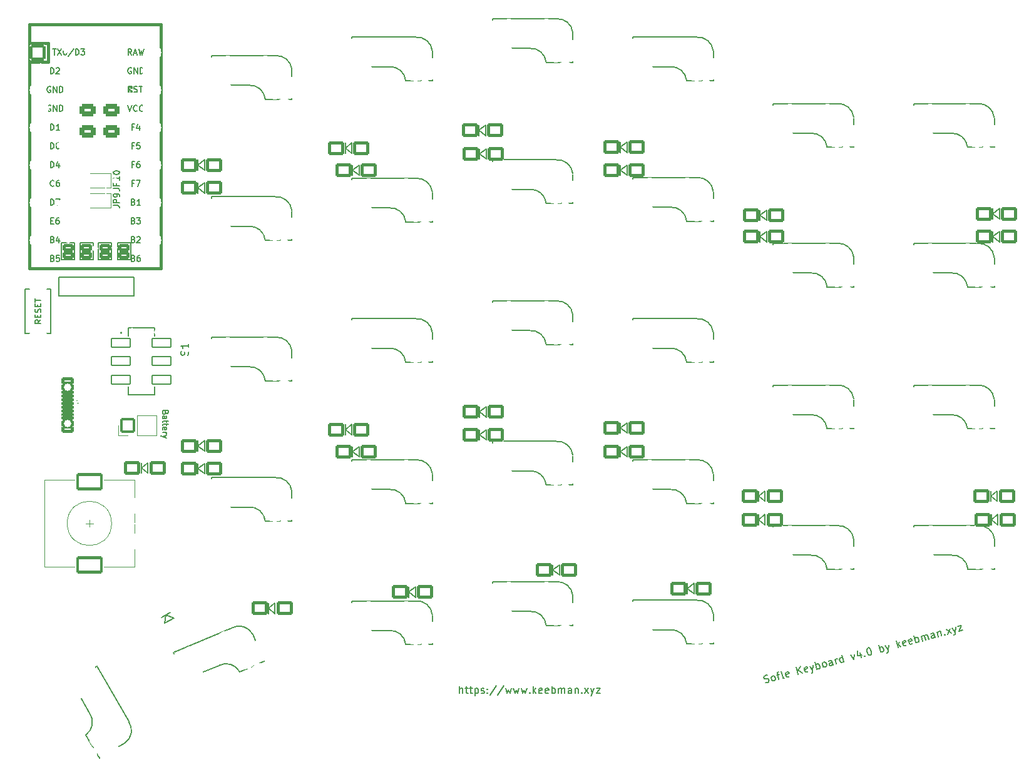
<source format=gto>
G04 #@! TF.GenerationSoftware,KiCad,Pcbnew,9.0.0*
G04 #@! TF.CreationDate,2025-03-22T23:19:33+08:00*
G04 #@! TF.ProjectId,SofleKeyboard,536f666c-654b-4657-9962-6f6172642e6b,rev?*
G04 #@! TF.SameCoordinates,Original*
G04 #@! TF.FileFunction,Legend,Top*
G04 #@! TF.FilePolarity,Positive*
%FSLAX46Y46*%
G04 Gerber Fmt 4.6, Leading zero omitted, Abs format (unit mm)*
G04 Created by KiCad (PCBNEW 9.0.0) date 2025-03-22 23:19:33*
%MOMM*%
%LPD*%
G01*
G04 APERTURE LIST*
G04 Aperture macros list*
%AMRoundRect*
0 Rectangle with rounded corners*
0 $1 Rounding radius*
0 $2 $3 $4 $5 $6 $7 $8 $9 X,Y pos of 4 corners*
0 Add a 4 corners polygon primitive as box body*
4,1,4,$2,$3,$4,$5,$6,$7,$8,$9,$2,$3,0*
0 Add four circle primitives for the rounded corners*
1,1,$1+$1,$2,$3*
1,1,$1+$1,$4,$5*
1,1,$1+$1,$6,$7*
1,1,$1+$1,$8,$9*
0 Add four rect primitives between the rounded corners*
20,1,$1+$1,$2,$3,$4,$5,0*
20,1,$1+$1,$4,$5,$6,$7,0*
20,1,$1+$1,$6,$7,$8,$9,0*
20,1,$1+$1,$8,$9,$2,$3,0*%
%AMFreePoly0*
4,1,45,2.776539,1.434775,2.811894,1.420130,2.884485,1.368623,2.920130,1.311894,2.934775,1.276539,2.950000,1.200000,2.950000,-0.800000,2.934775,-0.876539,2.920130,-0.911894,2.868623,-0.984485,2.862166,-0.990013,2.854546,-0.996261,2.838675,-1.008013,2.238675,-1.408013,2.185689,-1.433022,2.157954,-1.441419,2.100000,-1.450000,0.300000,-1.450000,0.223461,-1.434775,0.188106,-1.420130,
0.115515,-1.368623,0.079870,-1.311894,0.065225,-1.276539,0.050000,-1.200000,0.050000,-0.950000,-0.350000,-0.950000,-0.436777,-0.930194,-0.506366,-0.874698,-0.544986,-0.794504,-0.550000,-0.750000,-0.550000,0.750000,-0.530194,0.836777,-0.474698,0.906366,-0.394504,0.944986,-0.350000,0.950000,0.050000,0.950000,0.050000,1.200000,0.065225,1.276539,0.079870,1.311894,0.131377,1.384485,
0.188106,1.420130,0.223461,1.434775,0.300000,1.450000,2.700000,1.450000,2.776539,1.434775,2.776539,1.434775,$1*%
%AMFreePoly1*
4,1,41,-0.323461,1.434775,-0.288106,1.420130,-0.215515,1.368623,-0.179870,1.311894,-0.165225,1.276539,-0.150000,1.200000,-0.150000,0.950000,0.350000,0.950000,0.436777,0.930194,0.506366,0.874698,0.544986,0.794504,0.550000,0.750000,0.550000,-0.750000,0.530194,-0.836777,0.474698,-0.906366,0.394504,-0.944986,0.350000,-0.950000,-0.150000,-0.950000,-0.150000,-1.200000,-0.165225,-1.276539,
-0.179870,-1.311894,-0.231377,-1.384485,-0.288106,-1.420130,-0.323461,-1.434775,-0.400000,-1.450000,-2.800000,-1.450000,-2.876539,-1.434775,-2.911894,-1.420130,-2.984485,-1.368623,-3.020130,-1.311894,-3.034775,-1.276539,-3.050000,-1.200000,-3.050000,1.200000,-3.034775,1.276539,-3.020130,1.311894,-2.968623,1.384485,-2.911894,1.420130,-2.876539,1.434775,-2.800000,1.450000,-0.400000,1.450000,
-0.323461,1.434775,-0.323461,1.434775,$1*%
%AMFreePoly2*
4,1,23,0.586777,0.930194,0.656366,0.874698,0.666410,0.860940,1.166410,0.110940,1.198065,0.027751,1.190491,-0.060935,1.166410,-0.110940,0.666410,-0.860940,0.601795,-0.922156,0.517019,-0.949275,0.500000,-0.950000,-0.500000,-0.950000,-0.586777,-0.930194,-0.656366,-0.874698,-0.694986,-0.794504,-0.700000,-0.750000,-0.700000,0.750000,-0.680194,0.836777,-0.624698,0.906366,-0.544504,0.944986,
-0.500000,0.950000,0.500000,0.950000,0.586777,0.930194,0.586777,0.930194,$1*%
%AMFreePoly3*
4,1,24,0.586777,0.930194,0.656366,0.874698,0.694986,0.794504,0.700000,0.750000,0.700000,-0.750000,0.680194,-0.836777,0.624698,-0.906366,0.544504,-0.944986,0.500000,-0.950000,-0.650000,-0.950000,-0.736777,-0.930194,-0.806366,-0.874698,-0.844986,-0.794504,-0.844986,-0.705496,-0.816410,-0.639060,-0.390370,0.000000,-0.816410,0.639060,-0.848065,0.722249,-0.840491,0.810935,-0.795188,0.887551,
-0.721129,0.936924,-0.650000,0.950000,0.500000,0.950000,0.586777,0.930194,0.586777,0.930194,$1*%
G04 Aperture macros list end*
%ADD10C,0.150000*%
%ADD11C,0.100000*%
%ADD12C,0.381000*%
%ADD13C,0.120000*%
%ADD14C,0.127000*%
%ADD15C,0.200000*%
%ADD16R,1.752600X1.752600*%
%ADD17C,1.752600*%
%ADD18C,1.397000*%
%ADD19C,5.100000*%
%ADD20RoundRect,0.200000X-0.876300X0.876300X-0.876300X-0.876300X0.876300X-0.876300X0.876300X0.876300X0*%
%ADD21C,2.152600*%
%ADD22RoundRect,0.200000X0.571500X-0.317500X0.571500X0.317500X-0.571500X0.317500X-0.571500X-0.317500X0*%
%ADD23RoundRect,0.200000X-0.900000X-0.750000X0.900000X-0.750000X0.900000X0.750000X-0.900000X0.750000X0*%
%ADD24RoundRect,0.200000X-1.099519X0.404423X-0.199519X-1.154423X1.099519X-0.404423X0.199519X1.154423X0*%
%ADD25C,2.100000*%
%ADD26C,3.400000*%
%ADD27C,4.400000*%
%ADD28FreePoly0,0.000000*%
%ADD29FreePoly1,0.000000*%
%ADD30FreePoly0,300.000000*%
%ADD31FreePoly1,300.000000*%
%ADD32FreePoly0,23.000000*%
%ADD33FreePoly1,23.000000*%
%ADD34C,1.797000*%
%ADD35C,2.400000*%
%ADD36RoundRect,0.200000X-1.600000X-1.000000X1.600000X-1.000000X1.600000X1.000000X-1.600000X1.000000X0*%
%ADD37FreePoly2,180.000000*%
%ADD38FreePoly3,180.000000*%
%ADD39FreePoly2,0.000000*%
%ADD40FreePoly3,0.000000*%
%ADD41RoundRect,0.200000X0.850000X-0.850000X0.850000X0.850000X-0.850000X0.850000X-0.850000X-0.850000X0*%
%ADD42O,2.100000X2.100000*%
%ADD43RoundRect,0.102000X-1.250000X0.600000X-1.250000X-0.600000X1.250000X-0.600000X1.250000X0.600000X0*%
%ADD44RoundRect,0.200000X-0.650000X0.300000X-0.650000X-0.300000X0.650000X-0.300000X0.650000X0.300000X0*%
%ADD45RoundRect,0.200000X-0.650000X0.150000X-0.650000X-0.150000X0.650000X-0.150000X0.650000X0.150000X0*%
%ADD46O,2.300000X1.500000*%
%ADD47O,2.500000X1.500000*%
%ADD48RoundRect,0.330000X-0.745000X0.495000X-0.745000X-0.495000X0.745000X-0.495000X0.745000X0.495000X0*%
%ADD49C,0.800000*%
%ADD50C,1.000000*%
G04 APERTURE END LIST*
D10*
X190619412Y-128063330D02*
X190769726Y-128072353D01*
X190769726Y-128072353D02*
X190999708Y-128010729D01*
X190999708Y-128010729D02*
X191079376Y-127940083D01*
X191079376Y-127940083D02*
X191113048Y-127881762D01*
X191113048Y-127881762D02*
X191134395Y-127777444D01*
X191134395Y-127777444D02*
X191109746Y-127685451D01*
X191109746Y-127685451D02*
X191039100Y-127605783D01*
X191039100Y-127605783D02*
X190980779Y-127572111D01*
X190980779Y-127572111D02*
X190876461Y-127550764D01*
X190876461Y-127550764D02*
X190680150Y-127554067D01*
X190680150Y-127554067D02*
X190575833Y-127532720D01*
X190575833Y-127532720D02*
X190517512Y-127499048D01*
X190517512Y-127499048D02*
X190446866Y-127419380D01*
X190446866Y-127419380D02*
X190422216Y-127327387D01*
X190422216Y-127327387D02*
X190443563Y-127223069D01*
X190443563Y-127223069D02*
X190477235Y-127164748D01*
X190477235Y-127164748D02*
X190556903Y-127094102D01*
X190556903Y-127094102D02*
X190786886Y-127032478D01*
X190786886Y-127032478D02*
X190937200Y-127041501D01*
X191735652Y-127813534D02*
X191631334Y-127792187D01*
X191631334Y-127792187D02*
X191573013Y-127758515D01*
X191573013Y-127758515D02*
X191502367Y-127678847D01*
X191502367Y-127678847D02*
X191428419Y-127402868D01*
X191428419Y-127402868D02*
X191449766Y-127298550D01*
X191449766Y-127298550D02*
X191483437Y-127240229D01*
X191483437Y-127240229D02*
X191563106Y-127169583D01*
X191563106Y-127169583D02*
X191701095Y-127132609D01*
X191701095Y-127132609D02*
X191805413Y-127153956D01*
X191805413Y-127153956D02*
X191863734Y-127187628D01*
X191863734Y-127187628D02*
X191934380Y-127267296D01*
X191934380Y-127267296D02*
X192008328Y-127543275D01*
X192008328Y-127543275D02*
X191986981Y-127647592D01*
X191986981Y-127647592D02*
X191953309Y-127705914D01*
X191953309Y-127705914D02*
X191873641Y-127776559D01*
X191873641Y-127776559D02*
X191735652Y-127813534D01*
X192161060Y-127009362D02*
X192529032Y-126910764D01*
X192471595Y-127616338D02*
X192249750Y-126788402D01*
X192249750Y-126788402D02*
X192271097Y-126684084D01*
X192271097Y-126684084D02*
X192350766Y-126613438D01*
X192350766Y-126613438D02*
X192442759Y-126588789D01*
X193161543Y-127431467D02*
X193057225Y-127410120D01*
X193057225Y-127410120D02*
X192986579Y-127330452D01*
X192986579Y-127330452D02*
X192764734Y-126502516D01*
X193885162Y-127188275D02*
X193805494Y-127258921D01*
X193805494Y-127258921D02*
X193621508Y-127308220D01*
X193621508Y-127308220D02*
X193517190Y-127286873D01*
X193517190Y-127286873D02*
X193446544Y-127207205D01*
X193446544Y-127207205D02*
X193347947Y-126839233D01*
X193347947Y-126839233D02*
X193369294Y-126734915D01*
X193369294Y-126734915D02*
X193448962Y-126664269D01*
X193448962Y-126664269D02*
X193632948Y-126614971D01*
X193632948Y-126614971D02*
X193737265Y-126636318D01*
X193737265Y-126636318D02*
X193807911Y-126715986D01*
X193807911Y-126715986D02*
X193832561Y-126807979D01*
X193832561Y-126807979D02*
X193397245Y-127023219D01*
X195093395Y-126913829D02*
X194834576Y-125947903D01*
X195645353Y-126765932D02*
X195083488Y-126324897D01*
X195386534Y-125800006D02*
X194982473Y-126499861D01*
X196414968Y-126510416D02*
X196335300Y-126581062D01*
X196335300Y-126581062D02*
X196151314Y-126630360D01*
X196151314Y-126630360D02*
X196046996Y-126609013D01*
X196046996Y-126609013D02*
X195976350Y-126529345D01*
X195976350Y-126529345D02*
X195877753Y-126161373D01*
X195877753Y-126161373D02*
X195899100Y-126057056D01*
X195899100Y-126057056D02*
X195978768Y-125986410D01*
X195978768Y-125986410D02*
X196162754Y-125937111D01*
X196162754Y-125937111D02*
X196267071Y-125958458D01*
X196267071Y-125958458D02*
X196337717Y-126038126D01*
X196337717Y-126038126D02*
X196362367Y-126130119D01*
X196362367Y-126130119D02*
X195927052Y-126345359D01*
X196622719Y-125813864D02*
X197025247Y-126396191D01*
X197082683Y-125690617D02*
X197025247Y-126396191D01*
X197025247Y-126396191D02*
X196994878Y-126650823D01*
X196994878Y-126650823D02*
X196961206Y-126709144D01*
X196961206Y-126709144D02*
X196881538Y-126779790D01*
X197623201Y-126235969D02*
X197364382Y-125270044D01*
X197462980Y-125638015D02*
X197542648Y-125567369D01*
X197542648Y-125567369D02*
X197726634Y-125518071D01*
X197726634Y-125518071D02*
X197830952Y-125539418D01*
X197830952Y-125539418D02*
X197889273Y-125573089D01*
X197889273Y-125573089D02*
X197959919Y-125652758D01*
X197959919Y-125652758D02*
X198033867Y-125928736D01*
X198033867Y-125928736D02*
X198012520Y-126033054D01*
X198012520Y-126033054D02*
X197978848Y-126091375D01*
X197978848Y-126091375D02*
X197899180Y-126162021D01*
X197899180Y-126162021D02*
X197715194Y-126211320D01*
X197715194Y-126211320D02*
X197610877Y-126189973D01*
X198635124Y-125964826D02*
X198530806Y-125943479D01*
X198530806Y-125943479D02*
X198472485Y-125909807D01*
X198472485Y-125909807D02*
X198401839Y-125830139D01*
X198401839Y-125830139D02*
X198327891Y-125554160D01*
X198327891Y-125554160D02*
X198349238Y-125449842D01*
X198349238Y-125449842D02*
X198382909Y-125391521D01*
X198382909Y-125391521D02*
X198462578Y-125320875D01*
X198462578Y-125320875D02*
X198600567Y-125283901D01*
X198600567Y-125283901D02*
X198704885Y-125305248D01*
X198704885Y-125305248D02*
X198763206Y-125338920D01*
X198763206Y-125338920D02*
X198833852Y-125418588D01*
X198833852Y-125418588D02*
X198907800Y-125694567D01*
X198907800Y-125694567D02*
X198886453Y-125798884D01*
X198886453Y-125798884D02*
X198852781Y-125857206D01*
X198852781Y-125857206D02*
X198773113Y-125927851D01*
X198773113Y-125927851D02*
X198635124Y-125964826D01*
X199785035Y-125656708D02*
X199649464Y-125150747D01*
X199649464Y-125150747D02*
X199578818Y-125071078D01*
X199578818Y-125071078D02*
X199474500Y-125049731D01*
X199474500Y-125049731D02*
X199290514Y-125099030D01*
X199290514Y-125099030D02*
X199210846Y-125169676D01*
X199772711Y-125610711D02*
X199693043Y-125681357D01*
X199693043Y-125681357D02*
X199463060Y-125742981D01*
X199463060Y-125742981D02*
X199358743Y-125721634D01*
X199358743Y-125721634D02*
X199288097Y-125641965D01*
X199288097Y-125641965D02*
X199263447Y-125549973D01*
X199263447Y-125549973D02*
X199284794Y-125445655D01*
X199284794Y-125445655D02*
X199364462Y-125375009D01*
X199364462Y-125375009D02*
X199594445Y-125313385D01*
X199594445Y-125313385D02*
X199674113Y-125242739D01*
X200245000Y-125533460D02*
X200072454Y-124889510D01*
X200121753Y-125073496D02*
X200143100Y-124969178D01*
X200143100Y-124969178D02*
X200176772Y-124910857D01*
X200176772Y-124910857D02*
X200256440Y-124840211D01*
X200256440Y-124840211D02*
X200348433Y-124815562D01*
X201256923Y-125262317D02*
X200998104Y-124296391D01*
X201244598Y-125216320D02*
X201164930Y-125286966D01*
X201164930Y-125286966D02*
X200980944Y-125336265D01*
X200980944Y-125336265D02*
X200876626Y-125314918D01*
X200876626Y-125314918D02*
X200818305Y-125281246D01*
X200818305Y-125281246D02*
X200747659Y-125201578D01*
X200747659Y-125201578D02*
X200673711Y-124925599D01*
X200673711Y-124925599D02*
X200695058Y-124821281D01*
X200695058Y-124821281D02*
X200728730Y-124762960D01*
X200728730Y-124762960D02*
X200808398Y-124692314D01*
X200808398Y-124692314D02*
X200992384Y-124643016D01*
X200992384Y-124643016D02*
X201096702Y-124664363D01*
X202188292Y-124322573D02*
X202590821Y-124904900D01*
X202590821Y-124904900D02*
X202648257Y-124199326D01*
X203430197Y-123989805D02*
X203602743Y-124633756D01*
X203101617Y-123683457D02*
X203056506Y-124435028D01*
X203056506Y-124435028D02*
X203654460Y-124274807D01*
X204084055Y-124406191D02*
X204142376Y-124439863D01*
X204142376Y-124439863D02*
X204108704Y-124498184D01*
X204108704Y-124498184D02*
X204050383Y-124464512D01*
X204050383Y-124464512D02*
X204084055Y-124406191D01*
X204084055Y-124406191D02*
X204108704Y-124498184D01*
X204493836Y-123359712D02*
X204585828Y-123335063D01*
X204585828Y-123335063D02*
X204690146Y-123356410D01*
X204690146Y-123356410D02*
X204748467Y-123390082D01*
X204748467Y-123390082D02*
X204819113Y-123469750D01*
X204819113Y-123469750D02*
X204914409Y-123641411D01*
X204914409Y-123641411D02*
X204976032Y-123871393D01*
X204976032Y-123871393D02*
X204979335Y-124067704D01*
X204979335Y-124067704D02*
X204957987Y-124172022D01*
X204957987Y-124172022D02*
X204924316Y-124230343D01*
X204924316Y-124230343D02*
X204844648Y-124300989D01*
X204844648Y-124300989D02*
X204752655Y-124325638D01*
X204752655Y-124325638D02*
X204648337Y-124304291D01*
X204648337Y-124304291D02*
X204590016Y-124270619D01*
X204590016Y-124270619D02*
X204519370Y-124190951D01*
X204519370Y-124190951D02*
X204424075Y-124019290D01*
X204424075Y-124019290D02*
X204362451Y-123789308D01*
X204362451Y-123789308D02*
X204359149Y-123592997D01*
X204359149Y-123592997D02*
X204380496Y-123488679D01*
X204380496Y-123488679D02*
X204414167Y-123430358D01*
X204414167Y-123430358D02*
X204493836Y-123359712D01*
X206224542Y-123931247D02*
X205965723Y-122965321D01*
X206064321Y-123333293D02*
X206143989Y-123262647D01*
X206143989Y-123262647D02*
X206327975Y-123213348D01*
X206327975Y-123213348D02*
X206432292Y-123234695D01*
X206432292Y-123234695D02*
X206490613Y-123268367D01*
X206490613Y-123268367D02*
X206561259Y-123348035D01*
X206561259Y-123348035D02*
X206635208Y-123624014D01*
X206635208Y-123624014D02*
X206613861Y-123728332D01*
X206613861Y-123728332D02*
X206580189Y-123786653D01*
X206580189Y-123786653D02*
X206500521Y-123857299D01*
X206500521Y-123857299D02*
X206316535Y-123906598D01*
X206316535Y-123906598D02*
X206212217Y-123885251D01*
X206833936Y-123077776D02*
X207236464Y-123660103D01*
X207293901Y-122954529D02*
X207236464Y-123660103D01*
X207236464Y-123660103D02*
X207206095Y-123914735D01*
X207206095Y-123914735D02*
X207172423Y-123973056D01*
X207172423Y-123973056D02*
X207092755Y-124043702D01*
X208570362Y-123302686D02*
X208311543Y-122336761D01*
X208563757Y-122910065D02*
X208938334Y-123204089D01*
X208765788Y-122560138D02*
X208496414Y-123026708D01*
X209707949Y-122948572D02*
X209628281Y-123019218D01*
X209628281Y-123019218D02*
X209444295Y-123068517D01*
X209444295Y-123068517D02*
X209339978Y-123047170D01*
X209339978Y-123047170D02*
X209269332Y-122967502D01*
X209269332Y-122967502D02*
X209170734Y-122599530D01*
X209170734Y-122599530D02*
X209192081Y-122495212D01*
X209192081Y-122495212D02*
X209271749Y-122424566D01*
X209271749Y-122424566D02*
X209455735Y-122375267D01*
X209455735Y-122375267D02*
X209560053Y-122396614D01*
X209560053Y-122396614D02*
X209630699Y-122476283D01*
X209630699Y-122476283D02*
X209655348Y-122568276D01*
X209655348Y-122568276D02*
X209220033Y-122783516D01*
X210535886Y-122726727D02*
X210456218Y-122797373D01*
X210456218Y-122797373D02*
X210272232Y-122846672D01*
X210272232Y-122846672D02*
X210167914Y-122825325D01*
X210167914Y-122825325D02*
X210097268Y-122745657D01*
X210097268Y-122745657D02*
X209998671Y-122377685D01*
X209998671Y-122377685D02*
X210020018Y-122273367D01*
X210020018Y-122273367D02*
X210099686Y-122202721D01*
X210099686Y-122202721D02*
X210283672Y-122153422D01*
X210283672Y-122153422D02*
X210387989Y-122174769D01*
X210387989Y-122174769D02*
X210458635Y-122254438D01*
X210458635Y-122254438D02*
X210483285Y-122346431D01*
X210483285Y-122346431D02*
X210047969Y-122561671D01*
X211008176Y-122649476D02*
X210749356Y-121683551D01*
X210847954Y-122051522D02*
X210927622Y-121980876D01*
X210927622Y-121980876D02*
X211111608Y-121931578D01*
X211111608Y-121931578D02*
X211215926Y-121952925D01*
X211215926Y-121952925D02*
X211274247Y-121986596D01*
X211274247Y-121986596D02*
X211344893Y-122066265D01*
X211344893Y-122066265D02*
X211418841Y-122342243D01*
X211418841Y-122342243D02*
X211397494Y-122446561D01*
X211397494Y-122446561D02*
X211363823Y-122504882D01*
X211363823Y-122504882D02*
X211284154Y-122575528D01*
X211284154Y-122575528D02*
X211100168Y-122624827D01*
X211100168Y-122624827D02*
X210995851Y-122603480D01*
X211882108Y-122415307D02*
X211709562Y-121771356D01*
X211734212Y-121863349D02*
X211767884Y-121805028D01*
X211767884Y-121805028D02*
X211847552Y-121734382D01*
X211847552Y-121734382D02*
X211985541Y-121697408D01*
X211985541Y-121697408D02*
X212089859Y-121718755D01*
X212089859Y-121718755D02*
X212160505Y-121798423D01*
X212160505Y-121798423D02*
X212296077Y-122304384D01*
X212160505Y-121798423D02*
X212181852Y-121694105D01*
X212181852Y-121694105D02*
X212261520Y-121623460D01*
X212261520Y-121623460D02*
X212399509Y-121586485D01*
X212399509Y-121586485D02*
X212503827Y-121607832D01*
X212503827Y-121607832D02*
X212574473Y-121687501D01*
X212574473Y-121687501D02*
X212710045Y-122193462D01*
X213583977Y-121959292D02*
X213448406Y-121453331D01*
X213448406Y-121453331D02*
X213377760Y-121373663D01*
X213377760Y-121373663D02*
X213273442Y-121352316D01*
X213273442Y-121352316D02*
X213089456Y-121401615D01*
X213089456Y-121401615D02*
X213009788Y-121472261D01*
X213571653Y-121913296D02*
X213491985Y-121983942D01*
X213491985Y-121983942D02*
X213262002Y-122045565D01*
X213262002Y-122045565D02*
X213157685Y-122024218D01*
X213157685Y-122024218D02*
X213087039Y-121944550D01*
X213087039Y-121944550D02*
X213062389Y-121852557D01*
X213062389Y-121852557D02*
X213083736Y-121748239D01*
X213083736Y-121748239D02*
X213163404Y-121677594D01*
X213163404Y-121677594D02*
X213393387Y-121615970D01*
X213393387Y-121615970D02*
X213473055Y-121545324D01*
X213871396Y-121192095D02*
X214043942Y-121836045D01*
X213896046Y-121284088D02*
X213929717Y-121225766D01*
X213929717Y-121225766D02*
X214009386Y-121155120D01*
X214009386Y-121155120D02*
X214147375Y-121118146D01*
X214147375Y-121118146D02*
X214251693Y-121139493D01*
X214251693Y-121139493D02*
X214322339Y-121219162D01*
X214322339Y-121219162D02*
X214457910Y-121725123D01*
X214893226Y-121509883D02*
X214951547Y-121543554D01*
X214951547Y-121543554D02*
X214917875Y-121601875D01*
X214917875Y-121601875D02*
X214859554Y-121568204D01*
X214859554Y-121568204D02*
X214893226Y-121509883D01*
X214893226Y-121509883D02*
X214917875Y-121601875D01*
X215285847Y-121503278D02*
X215619262Y-120723755D01*
X215113300Y-120859327D02*
X215791808Y-121367706D01*
X215895241Y-120649807D02*
X216297769Y-121232134D01*
X216355205Y-120526560D02*
X216297769Y-121232134D01*
X216297769Y-121232134D02*
X216267400Y-121486766D01*
X216267400Y-121486766D02*
X216233728Y-121545087D01*
X216233728Y-121545087D02*
X216154060Y-121615733D01*
X216631184Y-120452612D02*
X217137145Y-120317040D01*
X217137145Y-120317040D02*
X216803730Y-121096562D01*
X216803730Y-121096562D02*
X217309692Y-120960990D01*
X149277619Y-129506819D02*
X149277619Y-128506819D01*
X149706190Y-129506819D02*
X149706190Y-128983009D01*
X149706190Y-128983009D02*
X149658571Y-128887771D01*
X149658571Y-128887771D02*
X149563333Y-128840152D01*
X149563333Y-128840152D02*
X149420476Y-128840152D01*
X149420476Y-128840152D02*
X149325238Y-128887771D01*
X149325238Y-128887771D02*
X149277619Y-128935390D01*
X150039524Y-128840152D02*
X150420476Y-128840152D01*
X150182381Y-128506819D02*
X150182381Y-129363961D01*
X150182381Y-129363961D02*
X150230000Y-129459200D01*
X150230000Y-129459200D02*
X150325238Y-129506819D01*
X150325238Y-129506819D02*
X150420476Y-129506819D01*
X150610953Y-128840152D02*
X150991905Y-128840152D01*
X150753810Y-128506819D02*
X150753810Y-129363961D01*
X150753810Y-129363961D02*
X150801429Y-129459200D01*
X150801429Y-129459200D02*
X150896667Y-129506819D01*
X150896667Y-129506819D02*
X150991905Y-129506819D01*
X151325239Y-128840152D02*
X151325239Y-129840152D01*
X151325239Y-128887771D02*
X151420477Y-128840152D01*
X151420477Y-128840152D02*
X151610953Y-128840152D01*
X151610953Y-128840152D02*
X151706191Y-128887771D01*
X151706191Y-128887771D02*
X151753810Y-128935390D01*
X151753810Y-128935390D02*
X151801429Y-129030628D01*
X151801429Y-129030628D02*
X151801429Y-129316342D01*
X151801429Y-129316342D02*
X151753810Y-129411580D01*
X151753810Y-129411580D02*
X151706191Y-129459200D01*
X151706191Y-129459200D02*
X151610953Y-129506819D01*
X151610953Y-129506819D02*
X151420477Y-129506819D01*
X151420477Y-129506819D02*
X151325239Y-129459200D01*
X152182382Y-129459200D02*
X152277620Y-129506819D01*
X152277620Y-129506819D02*
X152468096Y-129506819D01*
X152468096Y-129506819D02*
X152563334Y-129459200D01*
X152563334Y-129459200D02*
X152610953Y-129363961D01*
X152610953Y-129363961D02*
X152610953Y-129316342D01*
X152610953Y-129316342D02*
X152563334Y-129221104D01*
X152563334Y-129221104D02*
X152468096Y-129173485D01*
X152468096Y-129173485D02*
X152325239Y-129173485D01*
X152325239Y-129173485D02*
X152230001Y-129125866D01*
X152230001Y-129125866D02*
X152182382Y-129030628D01*
X152182382Y-129030628D02*
X152182382Y-128983009D01*
X152182382Y-128983009D02*
X152230001Y-128887771D01*
X152230001Y-128887771D02*
X152325239Y-128840152D01*
X152325239Y-128840152D02*
X152468096Y-128840152D01*
X152468096Y-128840152D02*
X152563334Y-128887771D01*
X153039525Y-129411580D02*
X153087144Y-129459200D01*
X153087144Y-129459200D02*
X153039525Y-129506819D01*
X153039525Y-129506819D02*
X152991906Y-129459200D01*
X152991906Y-129459200D02*
X153039525Y-129411580D01*
X153039525Y-129411580D02*
X153039525Y-129506819D01*
X153039525Y-128887771D02*
X153087144Y-128935390D01*
X153087144Y-128935390D02*
X153039525Y-128983009D01*
X153039525Y-128983009D02*
X152991906Y-128935390D01*
X152991906Y-128935390D02*
X153039525Y-128887771D01*
X153039525Y-128887771D02*
X153039525Y-128983009D01*
X154230000Y-128459200D02*
X153372858Y-129744914D01*
X155277619Y-128459200D02*
X154420477Y-129744914D01*
X155515715Y-128840152D02*
X155706191Y-129506819D01*
X155706191Y-129506819D02*
X155896667Y-129030628D01*
X155896667Y-129030628D02*
X156087143Y-129506819D01*
X156087143Y-129506819D02*
X156277619Y-128840152D01*
X156563334Y-128840152D02*
X156753810Y-129506819D01*
X156753810Y-129506819D02*
X156944286Y-129030628D01*
X156944286Y-129030628D02*
X157134762Y-129506819D01*
X157134762Y-129506819D02*
X157325238Y-128840152D01*
X157610953Y-128840152D02*
X157801429Y-129506819D01*
X157801429Y-129506819D02*
X157991905Y-129030628D01*
X157991905Y-129030628D02*
X158182381Y-129506819D01*
X158182381Y-129506819D02*
X158372857Y-128840152D01*
X158753810Y-129411580D02*
X158801429Y-129459200D01*
X158801429Y-129459200D02*
X158753810Y-129506819D01*
X158753810Y-129506819D02*
X158706191Y-129459200D01*
X158706191Y-129459200D02*
X158753810Y-129411580D01*
X158753810Y-129411580D02*
X158753810Y-129506819D01*
X159230000Y-129506819D02*
X159230000Y-128506819D01*
X159325238Y-129125866D02*
X159610952Y-129506819D01*
X159610952Y-128840152D02*
X159230000Y-129221104D01*
X160420476Y-129459200D02*
X160325238Y-129506819D01*
X160325238Y-129506819D02*
X160134762Y-129506819D01*
X160134762Y-129506819D02*
X160039524Y-129459200D01*
X160039524Y-129459200D02*
X159991905Y-129363961D01*
X159991905Y-129363961D02*
X159991905Y-128983009D01*
X159991905Y-128983009D02*
X160039524Y-128887771D01*
X160039524Y-128887771D02*
X160134762Y-128840152D01*
X160134762Y-128840152D02*
X160325238Y-128840152D01*
X160325238Y-128840152D02*
X160420476Y-128887771D01*
X160420476Y-128887771D02*
X160468095Y-128983009D01*
X160468095Y-128983009D02*
X160468095Y-129078247D01*
X160468095Y-129078247D02*
X159991905Y-129173485D01*
X161277619Y-129459200D02*
X161182381Y-129506819D01*
X161182381Y-129506819D02*
X160991905Y-129506819D01*
X160991905Y-129506819D02*
X160896667Y-129459200D01*
X160896667Y-129459200D02*
X160849048Y-129363961D01*
X160849048Y-129363961D02*
X160849048Y-128983009D01*
X160849048Y-128983009D02*
X160896667Y-128887771D01*
X160896667Y-128887771D02*
X160991905Y-128840152D01*
X160991905Y-128840152D02*
X161182381Y-128840152D01*
X161182381Y-128840152D02*
X161277619Y-128887771D01*
X161277619Y-128887771D02*
X161325238Y-128983009D01*
X161325238Y-128983009D02*
X161325238Y-129078247D01*
X161325238Y-129078247D02*
X160849048Y-129173485D01*
X161753810Y-129506819D02*
X161753810Y-128506819D01*
X161753810Y-128887771D02*
X161849048Y-128840152D01*
X161849048Y-128840152D02*
X162039524Y-128840152D01*
X162039524Y-128840152D02*
X162134762Y-128887771D01*
X162134762Y-128887771D02*
X162182381Y-128935390D01*
X162182381Y-128935390D02*
X162230000Y-129030628D01*
X162230000Y-129030628D02*
X162230000Y-129316342D01*
X162230000Y-129316342D02*
X162182381Y-129411580D01*
X162182381Y-129411580D02*
X162134762Y-129459200D01*
X162134762Y-129459200D02*
X162039524Y-129506819D01*
X162039524Y-129506819D02*
X161849048Y-129506819D01*
X161849048Y-129506819D02*
X161753810Y-129459200D01*
X162658572Y-129506819D02*
X162658572Y-128840152D01*
X162658572Y-128935390D02*
X162706191Y-128887771D01*
X162706191Y-128887771D02*
X162801429Y-128840152D01*
X162801429Y-128840152D02*
X162944286Y-128840152D01*
X162944286Y-128840152D02*
X163039524Y-128887771D01*
X163039524Y-128887771D02*
X163087143Y-128983009D01*
X163087143Y-128983009D02*
X163087143Y-129506819D01*
X163087143Y-128983009D02*
X163134762Y-128887771D01*
X163134762Y-128887771D02*
X163230000Y-128840152D01*
X163230000Y-128840152D02*
X163372857Y-128840152D01*
X163372857Y-128840152D02*
X163468096Y-128887771D01*
X163468096Y-128887771D02*
X163515715Y-128983009D01*
X163515715Y-128983009D02*
X163515715Y-129506819D01*
X164420476Y-129506819D02*
X164420476Y-128983009D01*
X164420476Y-128983009D02*
X164372857Y-128887771D01*
X164372857Y-128887771D02*
X164277619Y-128840152D01*
X164277619Y-128840152D02*
X164087143Y-128840152D01*
X164087143Y-128840152D02*
X163991905Y-128887771D01*
X164420476Y-129459200D02*
X164325238Y-129506819D01*
X164325238Y-129506819D02*
X164087143Y-129506819D01*
X164087143Y-129506819D02*
X163991905Y-129459200D01*
X163991905Y-129459200D02*
X163944286Y-129363961D01*
X163944286Y-129363961D02*
X163944286Y-129268723D01*
X163944286Y-129268723D02*
X163991905Y-129173485D01*
X163991905Y-129173485D02*
X164087143Y-129125866D01*
X164087143Y-129125866D02*
X164325238Y-129125866D01*
X164325238Y-129125866D02*
X164420476Y-129078247D01*
X164896667Y-128840152D02*
X164896667Y-129506819D01*
X164896667Y-128935390D02*
X164944286Y-128887771D01*
X164944286Y-128887771D02*
X165039524Y-128840152D01*
X165039524Y-128840152D02*
X165182381Y-128840152D01*
X165182381Y-128840152D02*
X165277619Y-128887771D01*
X165277619Y-128887771D02*
X165325238Y-128983009D01*
X165325238Y-128983009D02*
X165325238Y-129506819D01*
X165801429Y-129411580D02*
X165849048Y-129459200D01*
X165849048Y-129459200D02*
X165801429Y-129506819D01*
X165801429Y-129506819D02*
X165753810Y-129459200D01*
X165753810Y-129459200D02*
X165801429Y-129411580D01*
X165801429Y-129411580D02*
X165801429Y-129506819D01*
X166182381Y-129506819D02*
X166706190Y-128840152D01*
X166182381Y-128840152D02*
X166706190Y-129506819D01*
X166991905Y-128840152D02*
X167230000Y-129506819D01*
X167468095Y-128840152D02*
X167230000Y-129506819D01*
X167230000Y-129506819D02*
X167134762Y-129744914D01*
X167134762Y-129744914D02*
X167087143Y-129792533D01*
X167087143Y-129792533D02*
X166991905Y-129840152D01*
X167753810Y-128840152D02*
X168277619Y-128840152D01*
X168277619Y-128840152D02*
X167753810Y-129506819D01*
X167753810Y-129506819D02*
X168277619Y-129506819D01*
X105137190Y-63003247D02*
X105251476Y-63041342D01*
X105251476Y-63041342D02*
X105289571Y-63079438D01*
X105289571Y-63079438D02*
X105327667Y-63155628D01*
X105327667Y-63155628D02*
X105327667Y-63269914D01*
X105327667Y-63269914D02*
X105289571Y-63346104D01*
X105289571Y-63346104D02*
X105251476Y-63384200D01*
X105251476Y-63384200D02*
X105175286Y-63422295D01*
X105175286Y-63422295D02*
X104870524Y-63422295D01*
X104870524Y-63422295D02*
X104870524Y-62622295D01*
X104870524Y-62622295D02*
X105137190Y-62622295D01*
X105137190Y-62622295D02*
X105213381Y-62660390D01*
X105213381Y-62660390D02*
X105251476Y-62698485D01*
X105251476Y-62698485D02*
X105289571Y-62774676D01*
X105289571Y-62774676D02*
X105289571Y-62850866D01*
X105289571Y-62850866D02*
X105251476Y-62927057D01*
X105251476Y-62927057D02*
X105213381Y-62965152D01*
X105213381Y-62965152D02*
X105137190Y-63003247D01*
X105137190Y-63003247D02*
X104870524Y-63003247D01*
X106089571Y-63422295D02*
X105632428Y-63422295D01*
X105861000Y-63422295D02*
X105861000Y-62622295D01*
X105861000Y-62622295D02*
X105784809Y-62736580D01*
X105784809Y-62736580D02*
X105708619Y-62812771D01*
X105708619Y-62812771D02*
X105632428Y-62850866D01*
X105194333Y-57923247D02*
X104927667Y-57923247D01*
X104927667Y-58342295D02*
X104927667Y-57542295D01*
X104927667Y-57542295D02*
X105308619Y-57542295D01*
X105956238Y-57542295D02*
X105803857Y-57542295D01*
X105803857Y-57542295D02*
X105727666Y-57580390D01*
X105727666Y-57580390D02*
X105689571Y-57618485D01*
X105689571Y-57618485D02*
X105613381Y-57732771D01*
X105613381Y-57732771D02*
X105575285Y-57885152D01*
X105575285Y-57885152D02*
X105575285Y-58189914D01*
X105575285Y-58189914D02*
X105613381Y-58266104D01*
X105613381Y-58266104D02*
X105651476Y-58304200D01*
X105651476Y-58304200D02*
X105727666Y-58342295D01*
X105727666Y-58342295D02*
X105880047Y-58342295D01*
X105880047Y-58342295D02*
X105956238Y-58304200D01*
X105956238Y-58304200D02*
X105994333Y-58266104D01*
X105994333Y-58266104D02*
X106032428Y-58189914D01*
X106032428Y-58189914D02*
X106032428Y-57999438D01*
X106032428Y-57999438D02*
X105994333Y-57923247D01*
X105994333Y-57923247D02*
X105956238Y-57885152D01*
X105956238Y-57885152D02*
X105880047Y-57847057D01*
X105880047Y-57847057D02*
X105727666Y-57847057D01*
X105727666Y-57847057D02*
X105651476Y-57885152D01*
X105651476Y-57885152D02*
X105613381Y-57923247D01*
X105613381Y-57923247D02*
X105575285Y-57999438D01*
X104908619Y-43102295D02*
X104641952Y-42721342D01*
X104451476Y-43102295D02*
X104451476Y-42302295D01*
X104451476Y-42302295D02*
X104756238Y-42302295D01*
X104756238Y-42302295D02*
X104832428Y-42340390D01*
X104832428Y-42340390D02*
X104870523Y-42378485D01*
X104870523Y-42378485D02*
X104908619Y-42454676D01*
X104908619Y-42454676D02*
X104908619Y-42568961D01*
X104908619Y-42568961D02*
X104870523Y-42645152D01*
X104870523Y-42645152D02*
X104832428Y-42683247D01*
X104832428Y-42683247D02*
X104756238Y-42721342D01*
X104756238Y-42721342D02*
X104451476Y-42721342D01*
X105213380Y-42873723D02*
X105594333Y-42873723D01*
X105137190Y-43102295D02*
X105403857Y-42302295D01*
X105403857Y-42302295D02*
X105670523Y-43102295D01*
X105860999Y-42302295D02*
X106051475Y-43102295D01*
X106051475Y-43102295D02*
X106203856Y-42530866D01*
X106203856Y-42530866D02*
X106356237Y-43102295D01*
X106356237Y-43102295D02*
X106546714Y-42302295D01*
X104851476Y-44880390D02*
X104775286Y-44842295D01*
X104775286Y-44842295D02*
X104661000Y-44842295D01*
X104661000Y-44842295D02*
X104546714Y-44880390D01*
X104546714Y-44880390D02*
X104470524Y-44956580D01*
X104470524Y-44956580D02*
X104432429Y-45032771D01*
X104432429Y-45032771D02*
X104394333Y-45185152D01*
X104394333Y-45185152D02*
X104394333Y-45299438D01*
X104394333Y-45299438D02*
X104432429Y-45451819D01*
X104432429Y-45451819D02*
X104470524Y-45528009D01*
X104470524Y-45528009D02*
X104546714Y-45604200D01*
X104546714Y-45604200D02*
X104661000Y-45642295D01*
X104661000Y-45642295D02*
X104737191Y-45642295D01*
X104737191Y-45642295D02*
X104851476Y-45604200D01*
X104851476Y-45604200D02*
X104889572Y-45566104D01*
X104889572Y-45566104D02*
X104889572Y-45299438D01*
X104889572Y-45299438D02*
X104737191Y-45299438D01*
X105232429Y-45642295D02*
X105232429Y-44842295D01*
X105232429Y-44842295D02*
X105689572Y-45642295D01*
X105689572Y-45642295D02*
X105689572Y-44842295D01*
X106070524Y-45642295D02*
X106070524Y-44842295D01*
X106070524Y-44842295D02*
X106261000Y-44842295D01*
X106261000Y-44842295D02*
X106375286Y-44880390D01*
X106375286Y-44880390D02*
X106451476Y-44956580D01*
X106451476Y-44956580D02*
X106489571Y-45032771D01*
X106489571Y-45032771D02*
X106527667Y-45185152D01*
X106527667Y-45185152D02*
X106527667Y-45299438D01*
X106527667Y-45299438D02*
X106489571Y-45451819D01*
X106489571Y-45451819D02*
X106451476Y-45528009D01*
X106451476Y-45528009D02*
X106375286Y-45604200D01*
X106375286Y-45604200D02*
X106261000Y-45642295D01*
X106261000Y-45642295D02*
X106070524Y-45642295D01*
X105194333Y-55383247D02*
X104927667Y-55383247D01*
X104927667Y-55802295D02*
X104927667Y-55002295D01*
X104927667Y-55002295D02*
X105308619Y-55002295D01*
X105994333Y-55002295D02*
X105613381Y-55002295D01*
X105613381Y-55002295D02*
X105575285Y-55383247D01*
X105575285Y-55383247D02*
X105613381Y-55345152D01*
X105613381Y-55345152D02*
X105689571Y-55307057D01*
X105689571Y-55307057D02*
X105880047Y-55307057D01*
X105880047Y-55307057D02*
X105956238Y-55345152D01*
X105956238Y-55345152D02*
X105994333Y-55383247D01*
X105994333Y-55383247D02*
X106032428Y-55459438D01*
X106032428Y-55459438D02*
X106032428Y-55649914D01*
X106032428Y-55649914D02*
X105994333Y-55726104D01*
X105994333Y-55726104D02*
X105956238Y-55764200D01*
X105956238Y-55764200D02*
X105880047Y-55802295D01*
X105880047Y-55802295D02*
X105689571Y-55802295D01*
X105689571Y-55802295D02*
X105613381Y-55764200D01*
X105613381Y-55764200D02*
X105575285Y-55726104D01*
X105199786Y-48114200D02*
X105314072Y-48152295D01*
X105314072Y-48152295D02*
X105504548Y-48152295D01*
X105504548Y-48152295D02*
X105580739Y-48114200D01*
X105580739Y-48114200D02*
X105618834Y-48076104D01*
X105618834Y-48076104D02*
X105656929Y-47999914D01*
X105656929Y-47999914D02*
X105656929Y-47923723D01*
X105656929Y-47923723D02*
X105618834Y-47847533D01*
X105618834Y-47847533D02*
X105580739Y-47809438D01*
X105580739Y-47809438D02*
X105504548Y-47771342D01*
X105504548Y-47771342D02*
X105352167Y-47733247D01*
X105352167Y-47733247D02*
X105275977Y-47695152D01*
X105275977Y-47695152D02*
X105237882Y-47657057D01*
X105237882Y-47657057D02*
X105199786Y-47580866D01*
X105199786Y-47580866D02*
X105199786Y-47504676D01*
X105199786Y-47504676D02*
X105237882Y-47428485D01*
X105237882Y-47428485D02*
X105275977Y-47390390D01*
X105275977Y-47390390D02*
X105352167Y-47352295D01*
X105352167Y-47352295D02*
X105542644Y-47352295D01*
X105542644Y-47352295D02*
X105656929Y-47390390D01*
X105885501Y-47352295D02*
X106342644Y-47352295D01*
X106114072Y-48152295D02*
X106114072Y-47352295D01*
X105137190Y-65543247D02*
X105251476Y-65581342D01*
X105251476Y-65581342D02*
X105289571Y-65619438D01*
X105289571Y-65619438D02*
X105327667Y-65695628D01*
X105327667Y-65695628D02*
X105327667Y-65809914D01*
X105327667Y-65809914D02*
X105289571Y-65886104D01*
X105289571Y-65886104D02*
X105251476Y-65924200D01*
X105251476Y-65924200D02*
X105175286Y-65962295D01*
X105175286Y-65962295D02*
X104870524Y-65962295D01*
X104870524Y-65962295D02*
X104870524Y-65162295D01*
X104870524Y-65162295D02*
X105137190Y-65162295D01*
X105137190Y-65162295D02*
X105213381Y-65200390D01*
X105213381Y-65200390D02*
X105251476Y-65238485D01*
X105251476Y-65238485D02*
X105289571Y-65314676D01*
X105289571Y-65314676D02*
X105289571Y-65390866D01*
X105289571Y-65390866D02*
X105251476Y-65467057D01*
X105251476Y-65467057D02*
X105213381Y-65505152D01*
X105213381Y-65505152D02*
X105137190Y-65543247D01*
X105137190Y-65543247D02*
X104870524Y-65543247D01*
X105594333Y-65162295D02*
X106089571Y-65162295D01*
X106089571Y-65162295D02*
X105822905Y-65467057D01*
X105822905Y-65467057D02*
X105937190Y-65467057D01*
X105937190Y-65467057D02*
X106013381Y-65505152D01*
X106013381Y-65505152D02*
X106051476Y-65543247D01*
X106051476Y-65543247D02*
X106089571Y-65619438D01*
X106089571Y-65619438D02*
X106089571Y-65809914D01*
X106089571Y-65809914D02*
X106051476Y-65886104D01*
X106051476Y-65886104D02*
X106013381Y-65924200D01*
X106013381Y-65924200D02*
X105937190Y-65962295D01*
X105937190Y-65962295D02*
X105708619Y-65962295D01*
X105708619Y-65962295D02*
X105632428Y-65924200D01*
X105632428Y-65924200D02*
X105594333Y-65886104D01*
X105137190Y-70623247D02*
X105251476Y-70661342D01*
X105251476Y-70661342D02*
X105289571Y-70699438D01*
X105289571Y-70699438D02*
X105327667Y-70775628D01*
X105327667Y-70775628D02*
X105327667Y-70889914D01*
X105327667Y-70889914D02*
X105289571Y-70966104D01*
X105289571Y-70966104D02*
X105251476Y-71004200D01*
X105251476Y-71004200D02*
X105175286Y-71042295D01*
X105175286Y-71042295D02*
X104870524Y-71042295D01*
X104870524Y-71042295D02*
X104870524Y-70242295D01*
X104870524Y-70242295D02*
X105137190Y-70242295D01*
X105137190Y-70242295D02*
X105213381Y-70280390D01*
X105213381Y-70280390D02*
X105251476Y-70318485D01*
X105251476Y-70318485D02*
X105289571Y-70394676D01*
X105289571Y-70394676D02*
X105289571Y-70470866D01*
X105289571Y-70470866D02*
X105251476Y-70547057D01*
X105251476Y-70547057D02*
X105213381Y-70585152D01*
X105213381Y-70585152D02*
X105137190Y-70623247D01*
X105137190Y-70623247D02*
X104870524Y-70623247D01*
X106013381Y-70242295D02*
X105861000Y-70242295D01*
X105861000Y-70242295D02*
X105784809Y-70280390D01*
X105784809Y-70280390D02*
X105746714Y-70318485D01*
X105746714Y-70318485D02*
X105670524Y-70432771D01*
X105670524Y-70432771D02*
X105632428Y-70585152D01*
X105632428Y-70585152D02*
X105632428Y-70889914D01*
X105632428Y-70889914D02*
X105670524Y-70966104D01*
X105670524Y-70966104D02*
X105708619Y-71004200D01*
X105708619Y-71004200D02*
X105784809Y-71042295D01*
X105784809Y-71042295D02*
X105937190Y-71042295D01*
X105937190Y-71042295D02*
X106013381Y-71004200D01*
X106013381Y-71004200D02*
X106051476Y-70966104D01*
X106051476Y-70966104D02*
X106089571Y-70889914D01*
X106089571Y-70889914D02*
X106089571Y-70699438D01*
X106089571Y-70699438D02*
X106051476Y-70623247D01*
X106051476Y-70623247D02*
X106013381Y-70585152D01*
X106013381Y-70585152D02*
X105937190Y-70547057D01*
X105937190Y-70547057D02*
X105784809Y-70547057D01*
X105784809Y-70547057D02*
X105708619Y-70585152D01*
X105708619Y-70585152D02*
X105670524Y-70623247D01*
X105670524Y-70623247D02*
X105632428Y-70699438D01*
X105194333Y-52843247D02*
X104927667Y-52843247D01*
X104927667Y-53262295D02*
X104927667Y-52462295D01*
X104927667Y-52462295D02*
X105308619Y-52462295D01*
X105956238Y-52728961D02*
X105956238Y-53262295D01*
X105765762Y-52424200D02*
X105575285Y-52995628D01*
X105575285Y-52995628D02*
X106070524Y-52995628D01*
X93948524Y-53262295D02*
X93948524Y-52462295D01*
X93948524Y-52462295D02*
X94139000Y-52462295D01*
X94139000Y-52462295D02*
X94253286Y-52500390D01*
X94253286Y-52500390D02*
X94329476Y-52576580D01*
X94329476Y-52576580D02*
X94367571Y-52652771D01*
X94367571Y-52652771D02*
X94405667Y-52805152D01*
X94405667Y-52805152D02*
X94405667Y-52919438D01*
X94405667Y-52919438D02*
X94367571Y-53071819D01*
X94367571Y-53071819D02*
X94329476Y-53148009D01*
X94329476Y-53148009D02*
X94253286Y-53224200D01*
X94253286Y-53224200D02*
X94139000Y-53262295D01*
X94139000Y-53262295D02*
X93948524Y-53262295D01*
X95167571Y-53262295D02*
X94710428Y-53262295D01*
X94939000Y-53262295D02*
X94939000Y-52462295D01*
X94939000Y-52462295D02*
X94862809Y-52576580D01*
X94862809Y-52576580D02*
X94786619Y-52652771D01*
X94786619Y-52652771D02*
X94710428Y-52690866D01*
X94405667Y-60806104D02*
X94367571Y-60844200D01*
X94367571Y-60844200D02*
X94253286Y-60882295D01*
X94253286Y-60882295D02*
X94177095Y-60882295D01*
X94177095Y-60882295D02*
X94062809Y-60844200D01*
X94062809Y-60844200D02*
X93986619Y-60768009D01*
X93986619Y-60768009D02*
X93948524Y-60691819D01*
X93948524Y-60691819D02*
X93910428Y-60539438D01*
X93910428Y-60539438D02*
X93910428Y-60425152D01*
X93910428Y-60425152D02*
X93948524Y-60272771D01*
X93948524Y-60272771D02*
X93986619Y-60196580D01*
X93986619Y-60196580D02*
X94062809Y-60120390D01*
X94062809Y-60120390D02*
X94177095Y-60082295D01*
X94177095Y-60082295D02*
X94253286Y-60082295D01*
X94253286Y-60082295D02*
X94367571Y-60120390D01*
X94367571Y-60120390D02*
X94405667Y-60158485D01*
X95091381Y-60082295D02*
X94939000Y-60082295D01*
X94939000Y-60082295D02*
X94862809Y-60120390D01*
X94862809Y-60120390D02*
X94824714Y-60158485D01*
X94824714Y-60158485D02*
X94748524Y-60272771D01*
X94748524Y-60272771D02*
X94710428Y-60425152D01*
X94710428Y-60425152D02*
X94710428Y-60729914D01*
X94710428Y-60729914D02*
X94748524Y-60806104D01*
X94748524Y-60806104D02*
X94786619Y-60844200D01*
X94786619Y-60844200D02*
X94862809Y-60882295D01*
X94862809Y-60882295D02*
X95015190Y-60882295D01*
X95015190Y-60882295D02*
X95091381Y-60844200D01*
X95091381Y-60844200D02*
X95129476Y-60806104D01*
X95129476Y-60806104D02*
X95167571Y-60729914D01*
X95167571Y-60729914D02*
X95167571Y-60539438D01*
X95167571Y-60539438D02*
X95129476Y-60463247D01*
X95129476Y-60463247D02*
X95091381Y-60425152D01*
X95091381Y-60425152D02*
X95015190Y-60387057D01*
X95015190Y-60387057D02*
X94862809Y-60387057D01*
X94862809Y-60387057D02*
X94786619Y-60425152D01*
X94786619Y-60425152D02*
X94748524Y-60463247D01*
X94748524Y-60463247D02*
X94710428Y-60539438D01*
X105137190Y-68083247D02*
X105251476Y-68121342D01*
X105251476Y-68121342D02*
X105289571Y-68159438D01*
X105289571Y-68159438D02*
X105327667Y-68235628D01*
X105327667Y-68235628D02*
X105327667Y-68349914D01*
X105327667Y-68349914D02*
X105289571Y-68426104D01*
X105289571Y-68426104D02*
X105251476Y-68464200D01*
X105251476Y-68464200D02*
X105175286Y-68502295D01*
X105175286Y-68502295D02*
X104870524Y-68502295D01*
X104870524Y-68502295D02*
X104870524Y-67702295D01*
X104870524Y-67702295D02*
X105137190Y-67702295D01*
X105137190Y-67702295D02*
X105213381Y-67740390D01*
X105213381Y-67740390D02*
X105251476Y-67778485D01*
X105251476Y-67778485D02*
X105289571Y-67854676D01*
X105289571Y-67854676D02*
X105289571Y-67930866D01*
X105289571Y-67930866D02*
X105251476Y-68007057D01*
X105251476Y-68007057D02*
X105213381Y-68045152D01*
X105213381Y-68045152D02*
X105137190Y-68083247D01*
X105137190Y-68083247D02*
X104870524Y-68083247D01*
X105632428Y-67778485D02*
X105670524Y-67740390D01*
X105670524Y-67740390D02*
X105746714Y-67702295D01*
X105746714Y-67702295D02*
X105937190Y-67702295D01*
X105937190Y-67702295D02*
X106013381Y-67740390D01*
X106013381Y-67740390D02*
X106051476Y-67778485D01*
X106051476Y-67778485D02*
X106089571Y-67854676D01*
X106089571Y-67854676D02*
X106089571Y-67930866D01*
X106089571Y-67930866D02*
X106051476Y-68045152D01*
X106051476Y-68045152D02*
X105594333Y-68502295D01*
X105594333Y-68502295D02*
X106089571Y-68502295D01*
X93948524Y-63422295D02*
X93948524Y-62622295D01*
X93948524Y-62622295D02*
X94139000Y-62622295D01*
X94139000Y-62622295D02*
X94253286Y-62660390D01*
X94253286Y-62660390D02*
X94329476Y-62736580D01*
X94329476Y-62736580D02*
X94367571Y-62812771D01*
X94367571Y-62812771D02*
X94405667Y-62965152D01*
X94405667Y-62965152D02*
X94405667Y-63079438D01*
X94405667Y-63079438D02*
X94367571Y-63231819D01*
X94367571Y-63231819D02*
X94329476Y-63308009D01*
X94329476Y-63308009D02*
X94253286Y-63384200D01*
X94253286Y-63384200D02*
X94139000Y-63422295D01*
X94139000Y-63422295D02*
X93948524Y-63422295D01*
X94672333Y-62622295D02*
X95205667Y-62622295D01*
X95205667Y-62622295D02*
X94862809Y-63422295D01*
X93948524Y-45642295D02*
X93948524Y-44842295D01*
X93948524Y-44842295D02*
X94139000Y-44842295D01*
X94139000Y-44842295D02*
X94253286Y-44880390D01*
X94253286Y-44880390D02*
X94329476Y-44956580D01*
X94329476Y-44956580D02*
X94367571Y-45032771D01*
X94367571Y-45032771D02*
X94405667Y-45185152D01*
X94405667Y-45185152D02*
X94405667Y-45299438D01*
X94405667Y-45299438D02*
X94367571Y-45451819D01*
X94367571Y-45451819D02*
X94329476Y-45528009D01*
X94329476Y-45528009D02*
X94253286Y-45604200D01*
X94253286Y-45604200D02*
X94139000Y-45642295D01*
X94139000Y-45642295D02*
X93948524Y-45642295D01*
X94710428Y-44918485D02*
X94748524Y-44880390D01*
X94748524Y-44880390D02*
X94824714Y-44842295D01*
X94824714Y-44842295D02*
X95015190Y-44842295D01*
X95015190Y-44842295D02*
X95091381Y-44880390D01*
X95091381Y-44880390D02*
X95129476Y-44918485D01*
X95129476Y-44918485D02*
X95167571Y-44994676D01*
X95167571Y-44994676D02*
X95167571Y-45070866D01*
X95167571Y-45070866D02*
X95129476Y-45185152D01*
X95129476Y-45185152D02*
X94672333Y-45642295D01*
X94672333Y-45642295D02*
X95167571Y-45642295D01*
X93929476Y-47420390D02*
X93853286Y-47382295D01*
X93853286Y-47382295D02*
X93739000Y-47382295D01*
X93739000Y-47382295D02*
X93624714Y-47420390D01*
X93624714Y-47420390D02*
X93548524Y-47496580D01*
X93548524Y-47496580D02*
X93510429Y-47572771D01*
X93510429Y-47572771D02*
X93472333Y-47725152D01*
X93472333Y-47725152D02*
X93472333Y-47839438D01*
X93472333Y-47839438D02*
X93510429Y-47991819D01*
X93510429Y-47991819D02*
X93548524Y-48068009D01*
X93548524Y-48068009D02*
X93624714Y-48144200D01*
X93624714Y-48144200D02*
X93739000Y-48182295D01*
X93739000Y-48182295D02*
X93815191Y-48182295D01*
X93815191Y-48182295D02*
X93929476Y-48144200D01*
X93929476Y-48144200D02*
X93967572Y-48106104D01*
X93967572Y-48106104D02*
X93967572Y-47839438D01*
X93967572Y-47839438D02*
X93815191Y-47839438D01*
X94310429Y-48182295D02*
X94310429Y-47382295D01*
X94310429Y-47382295D02*
X94767572Y-48182295D01*
X94767572Y-48182295D02*
X94767572Y-47382295D01*
X95148524Y-48182295D02*
X95148524Y-47382295D01*
X95148524Y-47382295D02*
X95339000Y-47382295D01*
X95339000Y-47382295D02*
X95453286Y-47420390D01*
X95453286Y-47420390D02*
X95529476Y-47496580D01*
X95529476Y-47496580D02*
X95567571Y-47572771D01*
X95567571Y-47572771D02*
X95605667Y-47725152D01*
X95605667Y-47725152D02*
X95605667Y-47839438D01*
X95605667Y-47839438D02*
X95567571Y-47991819D01*
X95567571Y-47991819D02*
X95529476Y-48068009D01*
X95529476Y-48068009D02*
X95453286Y-48144200D01*
X95453286Y-48144200D02*
X95339000Y-48182295D01*
X95339000Y-48182295D02*
X95148524Y-48182295D01*
X94215190Y-70623247D02*
X94329476Y-70661342D01*
X94329476Y-70661342D02*
X94367571Y-70699438D01*
X94367571Y-70699438D02*
X94405667Y-70775628D01*
X94405667Y-70775628D02*
X94405667Y-70889914D01*
X94405667Y-70889914D02*
X94367571Y-70966104D01*
X94367571Y-70966104D02*
X94329476Y-71004200D01*
X94329476Y-71004200D02*
X94253286Y-71042295D01*
X94253286Y-71042295D02*
X93948524Y-71042295D01*
X93948524Y-71042295D02*
X93948524Y-70242295D01*
X93948524Y-70242295D02*
X94215190Y-70242295D01*
X94215190Y-70242295D02*
X94291381Y-70280390D01*
X94291381Y-70280390D02*
X94329476Y-70318485D01*
X94329476Y-70318485D02*
X94367571Y-70394676D01*
X94367571Y-70394676D02*
X94367571Y-70470866D01*
X94367571Y-70470866D02*
X94329476Y-70547057D01*
X94329476Y-70547057D02*
X94291381Y-70585152D01*
X94291381Y-70585152D02*
X94215190Y-70623247D01*
X94215190Y-70623247D02*
X93948524Y-70623247D01*
X95129476Y-70242295D02*
X94748524Y-70242295D01*
X94748524Y-70242295D02*
X94710428Y-70623247D01*
X94710428Y-70623247D02*
X94748524Y-70585152D01*
X94748524Y-70585152D02*
X94824714Y-70547057D01*
X94824714Y-70547057D02*
X95015190Y-70547057D01*
X95015190Y-70547057D02*
X95091381Y-70585152D01*
X95091381Y-70585152D02*
X95129476Y-70623247D01*
X95129476Y-70623247D02*
X95167571Y-70699438D01*
X95167571Y-70699438D02*
X95167571Y-70889914D01*
X95167571Y-70889914D02*
X95129476Y-70966104D01*
X95129476Y-70966104D02*
X95091381Y-71004200D01*
X95091381Y-71004200D02*
X95015190Y-71042295D01*
X95015190Y-71042295D02*
X94824714Y-71042295D01*
X94824714Y-71042295D02*
X94748524Y-71004200D01*
X94748524Y-71004200D02*
X94710428Y-70966104D01*
X105194333Y-60463247D02*
X104927667Y-60463247D01*
X104927667Y-60882295D02*
X104927667Y-60082295D01*
X104927667Y-60082295D02*
X105308619Y-60082295D01*
X105537190Y-60082295D02*
X106070524Y-60082295D01*
X106070524Y-60082295D02*
X105727666Y-60882295D01*
X93948524Y-58342295D02*
X93948524Y-57542295D01*
X93948524Y-57542295D02*
X94139000Y-57542295D01*
X94139000Y-57542295D02*
X94253286Y-57580390D01*
X94253286Y-57580390D02*
X94329476Y-57656580D01*
X94329476Y-57656580D02*
X94367571Y-57732771D01*
X94367571Y-57732771D02*
X94405667Y-57885152D01*
X94405667Y-57885152D02*
X94405667Y-57999438D01*
X94405667Y-57999438D02*
X94367571Y-58151819D01*
X94367571Y-58151819D02*
X94329476Y-58228009D01*
X94329476Y-58228009D02*
X94253286Y-58304200D01*
X94253286Y-58304200D02*
X94139000Y-58342295D01*
X94139000Y-58342295D02*
X93948524Y-58342295D01*
X95091381Y-57808961D02*
X95091381Y-58342295D01*
X94900905Y-57504200D02*
X94710428Y-58075628D01*
X94710428Y-58075628D02*
X95205667Y-58075628D01*
X94215190Y-68083247D02*
X94329476Y-68121342D01*
X94329476Y-68121342D02*
X94367571Y-68159438D01*
X94367571Y-68159438D02*
X94405667Y-68235628D01*
X94405667Y-68235628D02*
X94405667Y-68349914D01*
X94405667Y-68349914D02*
X94367571Y-68426104D01*
X94367571Y-68426104D02*
X94329476Y-68464200D01*
X94329476Y-68464200D02*
X94253286Y-68502295D01*
X94253286Y-68502295D02*
X93948524Y-68502295D01*
X93948524Y-68502295D02*
X93948524Y-67702295D01*
X93948524Y-67702295D02*
X94215190Y-67702295D01*
X94215190Y-67702295D02*
X94291381Y-67740390D01*
X94291381Y-67740390D02*
X94329476Y-67778485D01*
X94329476Y-67778485D02*
X94367571Y-67854676D01*
X94367571Y-67854676D02*
X94367571Y-67930866D01*
X94367571Y-67930866D02*
X94329476Y-68007057D01*
X94329476Y-68007057D02*
X94291381Y-68045152D01*
X94291381Y-68045152D02*
X94215190Y-68083247D01*
X94215190Y-68083247D02*
X93948524Y-68083247D01*
X95091381Y-67968961D02*
X95091381Y-68502295D01*
X94900905Y-67664200D02*
X94710428Y-68235628D01*
X94710428Y-68235628D02*
X95205667Y-68235628D01*
X94237651Y-42302295D02*
X94694794Y-42302295D01*
X94466222Y-43102295D02*
X94466222Y-42302295D01*
X94885270Y-42302295D02*
X95418604Y-43102295D01*
X95418604Y-42302295D02*
X94885270Y-43102295D01*
X95875747Y-42302295D02*
X95951937Y-42302295D01*
X95951937Y-42302295D02*
X96028128Y-42340390D01*
X96028128Y-42340390D02*
X96066223Y-42378485D01*
X96066223Y-42378485D02*
X96104318Y-42454676D01*
X96104318Y-42454676D02*
X96142413Y-42607057D01*
X96142413Y-42607057D02*
X96142413Y-42797533D01*
X96142413Y-42797533D02*
X96104318Y-42949914D01*
X96104318Y-42949914D02*
X96066223Y-43026104D01*
X96066223Y-43026104D02*
X96028128Y-43064200D01*
X96028128Y-43064200D02*
X95951937Y-43102295D01*
X95951937Y-43102295D02*
X95875747Y-43102295D01*
X95875747Y-43102295D02*
X95799556Y-43064200D01*
X95799556Y-43064200D02*
X95761461Y-43026104D01*
X95761461Y-43026104D02*
X95723366Y-42949914D01*
X95723366Y-42949914D02*
X95685270Y-42797533D01*
X95685270Y-42797533D02*
X95685270Y-42607057D01*
X95685270Y-42607057D02*
X95723366Y-42454676D01*
X95723366Y-42454676D02*
X95761461Y-42378485D01*
X95761461Y-42378485D02*
X95799556Y-42340390D01*
X95799556Y-42340390D02*
X95875747Y-42302295D01*
X97056699Y-42264200D02*
X96370985Y-43292771D01*
X97323366Y-43102295D02*
X97323366Y-42302295D01*
X97323366Y-42302295D02*
X97513842Y-42302295D01*
X97513842Y-42302295D02*
X97628128Y-42340390D01*
X97628128Y-42340390D02*
X97704318Y-42416580D01*
X97704318Y-42416580D02*
X97742413Y-42492771D01*
X97742413Y-42492771D02*
X97780509Y-42645152D01*
X97780509Y-42645152D02*
X97780509Y-42759438D01*
X97780509Y-42759438D02*
X97742413Y-42911819D01*
X97742413Y-42911819D02*
X97704318Y-42988009D01*
X97704318Y-42988009D02*
X97628128Y-43064200D01*
X97628128Y-43064200D02*
X97513842Y-43102295D01*
X97513842Y-43102295D02*
X97323366Y-43102295D01*
X98047175Y-42302295D02*
X98542413Y-42302295D01*
X98542413Y-42302295D02*
X98275747Y-42607057D01*
X98275747Y-42607057D02*
X98390032Y-42607057D01*
X98390032Y-42607057D02*
X98466223Y-42645152D01*
X98466223Y-42645152D02*
X98504318Y-42683247D01*
X98504318Y-42683247D02*
X98542413Y-42759438D01*
X98542413Y-42759438D02*
X98542413Y-42949914D01*
X98542413Y-42949914D02*
X98504318Y-43026104D01*
X98504318Y-43026104D02*
X98466223Y-43064200D01*
X98466223Y-43064200D02*
X98390032Y-43102295D01*
X98390032Y-43102295D02*
X98161461Y-43102295D01*
X98161461Y-43102295D02*
X98085270Y-43064200D01*
X98085270Y-43064200D02*
X98047175Y-43026104D01*
X93948524Y-55802295D02*
X93948524Y-55002295D01*
X93948524Y-55002295D02*
X94139000Y-55002295D01*
X94139000Y-55002295D02*
X94253286Y-55040390D01*
X94253286Y-55040390D02*
X94329476Y-55116580D01*
X94329476Y-55116580D02*
X94367571Y-55192771D01*
X94367571Y-55192771D02*
X94405667Y-55345152D01*
X94405667Y-55345152D02*
X94405667Y-55459438D01*
X94405667Y-55459438D02*
X94367571Y-55611819D01*
X94367571Y-55611819D02*
X94329476Y-55688009D01*
X94329476Y-55688009D02*
X94253286Y-55764200D01*
X94253286Y-55764200D02*
X94139000Y-55802295D01*
X94139000Y-55802295D02*
X93948524Y-55802295D01*
X94900905Y-55002295D02*
X94977095Y-55002295D01*
X94977095Y-55002295D02*
X95053286Y-55040390D01*
X95053286Y-55040390D02*
X95091381Y-55078485D01*
X95091381Y-55078485D02*
X95129476Y-55154676D01*
X95129476Y-55154676D02*
X95167571Y-55307057D01*
X95167571Y-55307057D02*
X95167571Y-55497533D01*
X95167571Y-55497533D02*
X95129476Y-55649914D01*
X95129476Y-55649914D02*
X95091381Y-55726104D01*
X95091381Y-55726104D02*
X95053286Y-55764200D01*
X95053286Y-55764200D02*
X94977095Y-55802295D01*
X94977095Y-55802295D02*
X94900905Y-55802295D01*
X94900905Y-55802295D02*
X94824714Y-55764200D01*
X94824714Y-55764200D02*
X94786619Y-55726104D01*
X94786619Y-55726104D02*
X94748524Y-55649914D01*
X94748524Y-55649914D02*
X94710428Y-55497533D01*
X94710428Y-55497533D02*
X94710428Y-55307057D01*
X94710428Y-55307057D02*
X94748524Y-55154676D01*
X94748524Y-55154676D02*
X94786619Y-55078485D01*
X94786619Y-55078485D02*
X94824714Y-55040390D01*
X94824714Y-55040390D02*
X94900905Y-55002295D01*
X93929476Y-49960390D02*
X93853286Y-49922295D01*
X93853286Y-49922295D02*
X93739000Y-49922295D01*
X93739000Y-49922295D02*
X93624714Y-49960390D01*
X93624714Y-49960390D02*
X93548524Y-50036580D01*
X93548524Y-50036580D02*
X93510429Y-50112771D01*
X93510429Y-50112771D02*
X93472333Y-50265152D01*
X93472333Y-50265152D02*
X93472333Y-50379438D01*
X93472333Y-50379438D02*
X93510429Y-50531819D01*
X93510429Y-50531819D02*
X93548524Y-50608009D01*
X93548524Y-50608009D02*
X93624714Y-50684200D01*
X93624714Y-50684200D02*
X93739000Y-50722295D01*
X93739000Y-50722295D02*
X93815191Y-50722295D01*
X93815191Y-50722295D02*
X93929476Y-50684200D01*
X93929476Y-50684200D02*
X93967572Y-50646104D01*
X93967572Y-50646104D02*
X93967572Y-50379438D01*
X93967572Y-50379438D02*
X93815191Y-50379438D01*
X94310429Y-50722295D02*
X94310429Y-49922295D01*
X94310429Y-49922295D02*
X94767572Y-50722295D01*
X94767572Y-50722295D02*
X94767572Y-49922295D01*
X95148524Y-50722295D02*
X95148524Y-49922295D01*
X95148524Y-49922295D02*
X95339000Y-49922295D01*
X95339000Y-49922295D02*
X95453286Y-49960390D01*
X95453286Y-49960390D02*
X95529476Y-50036580D01*
X95529476Y-50036580D02*
X95567571Y-50112771D01*
X95567571Y-50112771D02*
X95605667Y-50265152D01*
X95605667Y-50265152D02*
X95605667Y-50379438D01*
X95605667Y-50379438D02*
X95567571Y-50531819D01*
X95567571Y-50531819D02*
X95529476Y-50608009D01*
X95529476Y-50608009D02*
X95453286Y-50684200D01*
X95453286Y-50684200D02*
X95339000Y-50722295D01*
X95339000Y-50722295D02*
X95148524Y-50722295D01*
X93986619Y-65543247D02*
X94253285Y-65543247D01*
X94367571Y-65962295D02*
X93986619Y-65962295D01*
X93986619Y-65962295D02*
X93986619Y-65162295D01*
X93986619Y-65162295D02*
X94367571Y-65162295D01*
X95053286Y-65162295D02*
X94900905Y-65162295D01*
X94900905Y-65162295D02*
X94824714Y-65200390D01*
X94824714Y-65200390D02*
X94786619Y-65238485D01*
X94786619Y-65238485D02*
X94710429Y-65352771D01*
X94710429Y-65352771D02*
X94672333Y-65505152D01*
X94672333Y-65505152D02*
X94672333Y-65809914D01*
X94672333Y-65809914D02*
X94710429Y-65886104D01*
X94710429Y-65886104D02*
X94748524Y-65924200D01*
X94748524Y-65924200D02*
X94824714Y-65962295D01*
X94824714Y-65962295D02*
X94977095Y-65962295D01*
X94977095Y-65962295D02*
X95053286Y-65924200D01*
X95053286Y-65924200D02*
X95091381Y-65886104D01*
X95091381Y-65886104D02*
X95129476Y-65809914D01*
X95129476Y-65809914D02*
X95129476Y-65619438D01*
X95129476Y-65619438D02*
X95091381Y-65543247D01*
X95091381Y-65543247D02*
X95053286Y-65505152D01*
X95053286Y-65505152D02*
X94977095Y-65467057D01*
X94977095Y-65467057D02*
X94824714Y-65467057D01*
X94824714Y-65467057D02*
X94748524Y-65505152D01*
X94748524Y-65505152D02*
X94710429Y-65543247D01*
X94710429Y-65543247D02*
X94672333Y-65619438D01*
X104394333Y-49922295D02*
X104661000Y-50722295D01*
X104661000Y-50722295D02*
X104927666Y-49922295D01*
X105651476Y-50646104D02*
X105613380Y-50684200D01*
X105613380Y-50684200D02*
X105499095Y-50722295D01*
X105499095Y-50722295D02*
X105422904Y-50722295D01*
X105422904Y-50722295D02*
X105308618Y-50684200D01*
X105308618Y-50684200D02*
X105232428Y-50608009D01*
X105232428Y-50608009D02*
X105194333Y-50531819D01*
X105194333Y-50531819D02*
X105156237Y-50379438D01*
X105156237Y-50379438D02*
X105156237Y-50265152D01*
X105156237Y-50265152D02*
X105194333Y-50112771D01*
X105194333Y-50112771D02*
X105232428Y-50036580D01*
X105232428Y-50036580D02*
X105308618Y-49960390D01*
X105308618Y-49960390D02*
X105422904Y-49922295D01*
X105422904Y-49922295D02*
X105499095Y-49922295D01*
X105499095Y-49922295D02*
X105613380Y-49960390D01*
X105613380Y-49960390D02*
X105651476Y-49998485D01*
X106451476Y-50646104D02*
X106413380Y-50684200D01*
X106413380Y-50684200D02*
X106299095Y-50722295D01*
X106299095Y-50722295D02*
X106222904Y-50722295D01*
X106222904Y-50722295D02*
X106108618Y-50684200D01*
X106108618Y-50684200D02*
X106032428Y-50608009D01*
X106032428Y-50608009D02*
X105994333Y-50531819D01*
X105994333Y-50531819D02*
X105956237Y-50379438D01*
X105956237Y-50379438D02*
X105956237Y-50265152D01*
X105956237Y-50265152D02*
X105994333Y-50112771D01*
X105994333Y-50112771D02*
X106032428Y-50036580D01*
X106032428Y-50036580D02*
X106108618Y-49960390D01*
X106108618Y-49960390D02*
X106222904Y-49922295D01*
X106222904Y-49922295D02*
X106299095Y-49922295D01*
X106299095Y-49922295D02*
X106413380Y-49960390D01*
X106413380Y-49960390D02*
X106451476Y-49998485D01*
X102462295Y-63476666D02*
X103033723Y-63476666D01*
X103033723Y-63476666D02*
X103148009Y-63514761D01*
X103148009Y-63514761D02*
X103224200Y-63590952D01*
X103224200Y-63590952D02*
X103262295Y-63705237D01*
X103262295Y-63705237D02*
X103262295Y-63781428D01*
X103262295Y-63095713D02*
X102462295Y-63095713D01*
X102462295Y-63095713D02*
X102462295Y-62790951D01*
X102462295Y-62790951D02*
X102500390Y-62714761D01*
X102500390Y-62714761D02*
X102538485Y-62676666D01*
X102538485Y-62676666D02*
X102614676Y-62638570D01*
X102614676Y-62638570D02*
X102728961Y-62638570D01*
X102728961Y-62638570D02*
X102805152Y-62676666D01*
X102805152Y-62676666D02*
X102843247Y-62714761D01*
X102843247Y-62714761D02*
X102881342Y-62790951D01*
X102881342Y-62790951D02*
X102881342Y-63095713D01*
X103262295Y-62257618D02*
X103262295Y-62105237D01*
X103262295Y-62105237D02*
X103224200Y-62029047D01*
X103224200Y-62029047D02*
X103186104Y-61990951D01*
X103186104Y-61990951D02*
X103071819Y-61914761D01*
X103071819Y-61914761D02*
X102919438Y-61876666D01*
X102919438Y-61876666D02*
X102614676Y-61876666D01*
X102614676Y-61876666D02*
X102538485Y-61914761D01*
X102538485Y-61914761D02*
X102500390Y-61952856D01*
X102500390Y-61952856D02*
X102462295Y-62029047D01*
X102462295Y-62029047D02*
X102462295Y-62181428D01*
X102462295Y-62181428D02*
X102500390Y-62257618D01*
X102500390Y-62257618D02*
X102538485Y-62295713D01*
X102538485Y-62295713D02*
X102614676Y-62333809D01*
X102614676Y-62333809D02*
X102805152Y-62333809D01*
X102805152Y-62333809D02*
X102881342Y-62295713D01*
X102881342Y-62295713D02*
X102919438Y-62257618D01*
X102919438Y-62257618D02*
X102957533Y-62181428D01*
X102957533Y-62181428D02*
X102957533Y-62029047D01*
X102957533Y-62029047D02*
X102919438Y-61952856D01*
X102919438Y-61952856D02*
X102881342Y-61914761D01*
X102881342Y-61914761D02*
X102805152Y-61876666D01*
X102437295Y-61157619D02*
X103008723Y-61157619D01*
X103008723Y-61157619D02*
X103123009Y-61195714D01*
X103123009Y-61195714D02*
X103199200Y-61271905D01*
X103199200Y-61271905D02*
X103237295Y-61386190D01*
X103237295Y-61386190D02*
X103237295Y-61462381D01*
X103237295Y-60776666D02*
X102437295Y-60776666D01*
X102437295Y-60776666D02*
X102437295Y-60471904D01*
X102437295Y-60471904D02*
X102475390Y-60395714D01*
X102475390Y-60395714D02*
X102513485Y-60357619D01*
X102513485Y-60357619D02*
X102589676Y-60319523D01*
X102589676Y-60319523D02*
X102703961Y-60319523D01*
X102703961Y-60319523D02*
X102780152Y-60357619D01*
X102780152Y-60357619D02*
X102818247Y-60395714D01*
X102818247Y-60395714D02*
X102856342Y-60471904D01*
X102856342Y-60471904D02*
X102856342Y-60776666D01*
X103237295Y-59557619D02*
X103237295Y-60014762D01*
X103237295Y-59786190D02*
X102437295Y-59786190D01*
X102437295Y-59786190D02*
X102551580Y-59862381D01*
X102551580Y-59862381D02*
X102627771Y-59938571D01*
X102627771Y-59938571D02*
X102665866Y-60014762D01*
X102437295Y-59062380D02*
X102437295Y-58986190D01*
X102437295Y-58986190D02*
X102475390Y-58909999D01*
X102475390Y-58909999D02*
X102513485Y-58871904D01*
X102513485Y-58871904D02*
X102589676Y-58833809D01*
X102589676Y-58833809D02*
X102742057Y-58795714D01*
X102742057Y-58795714D02*
X102932533Y-58795714D01*
X102932533Y-58795714D02*
X103084914Y-58833809D01*
X103084914Y-58833809D02*
X103161104Y-58871904D01*
X103161104Y-58871904D02*
X103199200Y-58909999D01*
X103199200Y-58909999D02*
X103237295Y-58986190D01*
X103237295Y-58986190D02*
X103237295Y-59062380D01*
X103237295Y-59062380D02*
X103199200Y-59138571D01*
X103199200Y-59138571D02*
X103161104Y-59176666D01*
X103161104Y-59176666D02*
X103084914Y-59214761D01*
X103084914Y-59214761D02*
X102932533Y-59252857D01*
X102932533Y-59252857D02*
X102742057Y-59252857D01*
X102742057Y-59252857D02*
X102589676Y-59214761D01*
X102589676Y-59214761D02*
X102513485Y-59176666D01*
X102513485Y-59176666D02*
X102475390Y-59138571D01*
X102475390Y-59138571D02*
X102437295Y-59062380D01*
X92642295Y-78963904D02*
X92261342Y-79230571D01*
X92642295Y-79421047D02*
X91842295Y-79421047D01*
X91842295Y-79421047D02*
X91842295Y-79116285D01*
X91842295Y-79116285D02*
X91880390Y-79040095D01*
X91880390Y-79040095D02*
X91918485Y-79002000D01*
X91918485Y-79002000D02*
X91994676Y-78963904D01*
X91994676Y-78963904D02*
X92108961Y-78963904D01*
X92108961Y-78963904D02*
X92185152Y-79002000D01*
X92185152Y-79002000D02*
X92223247Y-79040095D01*
X92223247Y-79040095D02*
X92261342Y-79116285D01*
X92261342Y-79116285D02*
X92261342Y-79421047D01*
X92223247Y-78621047D02*
X92223247Y-78354381D01*
X92642295Y-78240095D02*
X92642295Y-78621047D01*
X92642295Y-78621047D02*
X91842295Y-78621047D01*
X91842295Y-78621047D02*
X91842295Y-78240095D01*
X92604200Y-77935333D02*
X92642295Y-77821047D01*
X92642295Y-77821047D02*
X92642295Y-77630571D01*
X92642295Y-77630571D02*
X92604200Y-77554380D01*
X92604200Y-77554380D02*
X92566104Y-77516285D01*
X92566104Y-77516285D02*
X92489914Y-77478190D01*
X92489914Y-77478190D02*
X92413723Y-77478190D01*
X92413723Y-77478190D02*
X92337533Y-77516285D01*
X92337533Y-77516285D02*
X92299438Y-77554380D01*
X92299438Y-77554380D02*
X92261342Y-77630571D01*
X92261342Y-77630571D02*
X92223247Y-77782952D01*
X92223247Y-77782952D02*
X92185152Y-77859142D01*
X92185152Y-77859142D02*
X92147057Y-77897237D01*
X92147057Y-77897237D02*
X92070866Y-77935333D01*
X92070866Y-77935333D02*
X91994676Y-77935333D01*
X91994676Y-77935333D02*
X91918485Y-77897237D01*
X91918485Y-77897237D02*
X91880390Y-77859142D01*
X91880390Y-77859142D02*
X91842295Y-77782952D01*
X91842295Y-77782952D02*
X91842295Y-77592475D01*
X91842295Y-77592475D02*
X91880390Y-77478190D01*
X92223247Y-77135332D02*
X92223247Y-76868666D01*
X92642295Y-76754380D02*
X92642295Y-77135332D01*
X92642295Y-77135332D02*
X91842295Y-77135332D01*
X91842295Y-77135332D02*
X91842295Y-76754380D01*
X91842295Y-76525808D02*
X91842295Y-76068665D01*
X92642295Y-76297237D02*
X91842295Y-76297237D01*
X109483692Y-91498429D02*
X109447978Y-91605572D01*
X109447978Y-91605572D02*
X109412264Y-91641286D01*
X109412264Y-91641286D02*
X109340835Y-91677000D01*
X109340835Y-91677000D02*
X109233692Y-91677000D01*
X109233692Y-91677000D02*
X109162264Y-91641286D01*
X109162264Y-91641286D02*
X109126550Y-91605572D01*
X109126550Y-91605572D02*
X109090835Y-91534143D01*
X109090835Y-91534143D02*
X109090835Y-91248429D01*
X109090835Y-91248429D02*
X109840835Y-91248429D01*
X109840835Y-91248429D02*
X109840835Y-91498429D01*
X109840835Y-91498429D02*
X109805121Y-91569858D01*
X109805121Y-91569858D02*
X109769407Y-91605572D01*
X109769407Y-91605572D02*
X109697978Y-91641286D01*
X109697978Y-91641286D02*
X109626550Y-91641286D01*
X109626550Y-91641286D02*
X109555121Y-91605572D01*
X109555121Y-91605572D02*
X109519407Y-91569858D01*
X109519407Y-91569858D02*
X109483692Y-91498429D01*
X109483692Y-91498429D02*
X109483692Y-91248429D01*
X109090835Y-92319858D02*
X109483692Y-92319858D01*
X109483692Y-92319858D02*
X109555121Y-92284143D01*
X109555121Y-92284143D02*
X109590835Y-92212715D01*
X109590835Y-92212715D02*
X109590835Y-92069858D01*
X109590835Y-92069858D02*
X109555121Y-91998429D01*
X109126550Y-92319858D02*
X109090835Y-92248429D01*
X109090835Y-92248429D02*
X109090835Y-92069858D01*
X109090835Y-92069858D02*
X109126550Y-91998429D01*
X109126550Y-91998429D02*
X109197978Y-91962715D01*
X109197978Y-91962715D02*
X109269407Y-91962715D01*
X109269407Y-91962715D02*
X109340835Y-91998429D01*
X109340835Y-91998429D02*
X109376550Y-92069858D01*
X109376550Y-92069858D02*
X109376550Y-92248429D01*
X109376550Y-92248429D02*
X109412264Y-92319858D01*
X109590835Y-92569857D02*
X109590835Y-92855571D01*
X109840835Y-92677000D02*
X109197978Y-92677000D01*
X109197978Y-92677000D02*
X109126550Y-92712714D01*
X109126550Y-92712714D02*
X109090835Y-92784143D01*
X109090835Y-92784143D02*
X109090835Y-92855571D01*
X109590835Y-92998428D02*
X109590835Y-93284142D01*
X109840835Y-93105571D02*
X109197978Y-93105571D01*
X109197978Y-93105571D02*
X109126550Y-93141285D01*
X109126550Y-93141285D02*
X109090835Y-93212714D01*
X109090835Y-93212714D02*
X109090835Y-93284142D01*
X109126550Y-93819856D02*
X109090835Y-93748428D01*
X109090835Y-93748428D02*
X109090835Y-93605571D01*
X109090835Y-93605571D02*
X109126550Y-93534142D01*
X109126550Y-93534142D02*
X109197978Y-93498428D01*
X109197978Y-93498428D02*
X109483692Y-93498428D01*
X109483692Y-93498428D02*
X109555121Y-93534142D01*
X109555121Y-93534142D02*
X109590835Y-93605571D01*
X109590835Y-93605571D02*
X109590835Y-93748428D01*
X109590835Y-93748428D02*
X109555121Y-93819856D01*
X109555121Y-93819856D02*
X109483692Y-93855571D01*
X109483692Y-93855571D02*
X109412264Y-93855571D01*
X109412264Y-93855571D02*
X109340835Y-93498428D01*
X109090835Y-94176999D02*
X109590835Y-94176999D01*
X109447978Y-94176999D02*
X109519407Y-94212713D01*
X109519407Y-94212713D02*
X109555121Y-94248428D01*
X109555121Y-94248428D02*
X109590835Y-94319856D01*
X109590835Y-94319856D02*
X109590835Y-94391285D01*
X109590835Y-94569856D02*
X109090835Y-94748428D01*
X109590835Y-94926999D02*
X109090835Y-94748428D01*
X109090835Y-94748428D02*
X108912264Y-94676999D01*
X108912264Y-94676999D02*
X108876550Y-94641285D01*
X108876550Y-94641285D02*
X108840835Y-94569856D01*
X112522200Y-83738904D02*
X112569819Y-83596047D01*
X112569819Y-83596047D02*
X112569819Y-83357952D01*
X112569819Y-83357952D02*
X112522200Y-83262714D01*
X112522200Y-83262714D02*
X112474580Y-83215095D01*
X112474580Y-83215095D02*
X112379342Y-83167476D01*
X112379342Y-83167476D02*
X112284104Y-83167476D01*
X112284104Y-83167476D02*
X112188866Y-83215095D01*
X112188866Y-83215095D02*
X112141247Y-83262714D01*
X112141247Y-83262714D02*
X112093628Y-83357952D01*
X112093628Y-83357952D02*
X112046009Y-83548428D01*
X112046009Y-83548428D02*
X111998390Y-83643666D01*
X111998390Y-83643666D02*
X111950771Y-83691285D01*
X111950771Y-83691285D02*
X111855533Y-83738904D01*
X111855533Y-83738904D02*
X111760295Y-83738904D01*
X111760295Y-83738904D02*
X111665057Y-83691285D01*
X111665057Y-83691285D02*
X111617438Y-83643666D01*
X111617438Y-83643666D02*
X111569819Y-83548428D01*
X111569819Y-83548428D02*
X111569819Y-83310333D01*
X111569819Y-83310333D02*
X111617438Y-83167476D01*
X112569819Y-82215095D02*
X112569819Y-82786523D01*
X112569819Y-82500809D02*
X111569819Y-82500809D01*
X111569819Y-82500809D02*
X111712676Y-82596047D01*
X111712676Y-82596047D02*
X111807914Y-82691285D01*
X111807914Y-82691285D02*
X111855533Y-82786523D01*
D11*
X97496109Y-90163668D02*
X97853252Y-90163668D01*
X97853252Y-90163668D02*
X97924680Y-90187477D01*
X97924680Y-90187477D02*
X97972300Y-90235096D01*
X97972300Y-90235096D02*
X97996109Y-90306525D01*
X97996109Y-90306525D02*
X97996109Y-90354144D01*
X97662776Y-89711287D02*
X97996109Y-89711287D01*
X97472300Y-89830335D02*
X97829442Y-89949382D01*
X97829442Y-89949382D02*
X97829442Y-89639859D01*
D12*
X91110000Y-38930000D02*
X91110000Y-41470000D01*
X91110000Y-41470000D02*
X91110000Y-71950000D01*
X91110000Y-71950000D02*
X108890000Y-71950000D01*
X93650000Y-41470000D02*
X91110000Y-41470000D01*
X93650000Y-41470000D02*
X93650000Y-44010000D01*
X93650000Y-44010000D02*
X91110000Y-44010000D01*
X108890000Y-38930000D02*
X91110000Y-38930000D01*
X108890000Y-41470000D02*
X108890000Y-38930000D01*
X108890000Y-71950000D02*
X108890000Y-41470000D01*
D10*
X104531568Y-48149360D02*
X104431568Y-48149360D01*
X104431568Y-47349360D01*
X104531568Y-47349360D01*
X104531568Y-48149360D01*
G36*
X104531568Y-48149360D02*
G01*
X104431568Y-48149360D01*
X104431568Y-47349360D01*
X104531568Y-47349360D01*
X104531568Y-48149360D01*
G37*
X104731568Y-47849360D02*
X104631568Y-47849360D01*
X104631568Y-47749360D01*
X104731568Y-47749360D01*
X104731568Y-47849360D01*
G36*
X104731568Y-47849360D02*
G01*
X104631568Y-47849360D01*
X104631568Y-47749360D01*
X104731568Y-47749360D01*
X104731568Y-47849360D01*
G37*
X104931568Y-47449360D02*
X104431568Y-47449360D01*
X104431568Y-47349360D01*
X104931568Y-47349360D01*
X104931568Y-47449360D01*
G36*
X104931568Y-47449360D02*
G01*
X104431568Y-47449360D01*
X104431568Y-47349360D01*
X104931568Y-47349360D01*
X104931568Y-47449360D01*
G37*
X104931568Y-47649360D02*
X104831568Y-47649360D01*
X104831568Y-47349360D01*
X104931568Y-47349360D01*
X104931568Y-47649360D01*
G36*
X104931568Y-47649360D02*
G01*
X104831568Y-47649360D01*
X104831568Y-47349360D01*
X104931568Y-47349360D01*
X104931568Y-47649360D01*
G37*
X104931568Y-48149360D02*
X104831568Y-48149360D01*
X104831568Y-47949360D01*
X104931568Y-47949360D01*
X104931568Y-48149360D01*
G36*
X104931568Y-48149360D02*
G01*
X104831568Y-48149360D01*
X104831568Y-47949360D01*
X104931568Y-47949360D01*
X104931568Y-48149360D01*
G37*
X103011000Y-68557000D02*
X104789000Y-68557000D01*
X103011000Y-70843000D02*
X103011000Y-68557000D01*
X104789000Y-68557000D02*
X104789000Y-70843000D01*
X104789000Y-70843000D02*
X103011000Y-70843000D01*
X100411000Y-68557000D02*
X102189000Y-68557000D01*
X100411000Y-70843000D02*
X100411000Y-68557000D01*
X102189000Y-68557000D02*
X102189000Y-70843000D01*
X102189000Y-70843000D02*
X100411000Y-70843000D01*
X97911000Y-68557000D02*
X99689000Y-68557000D01*
X97911000Y-70843000D02*
X97911000Y-68557000D01*
X99689000Y-68557000D02*
X99689000Y-70843000D01*
X99689000Y-70843000D02*
X97911000Y-70843000D01*
X113900000Y-57300000D02*
X113900000Y-58700000D01*
X113900000Y-58000000D02*
X114800000Y-57300000D01*
X114800000Y-57300000D02*
X114800000Y-58700000D01*
X114800000Y-58700000D02*
X113900000Y-58000000D01*
X133800000Y-55000000D02*
X133800000Y-56400000D01*
X133800000Y-55700000D02*
X134700000Y-55000000D01*
X134700000Y-55000000D02*
X134700000Y-56400000D01*
X134700000Y-56400000D02*
X133800000Y-55700000D01*
X151900000Y-52600000D02*
X151900000Y-54000000D01*
X151900000Y-53300000D02*
X152800000Y-52600000D01*
X152800000Y-52600000D02*
X152800000Y-54000000D01*
X152800000Y-54000000D02*
X151900000Y-53300000D01*
X171000000Y-54900000D02*
X171000000Y-56300000D01*
X171000000Y-55600000D02*
X171900000Y-54900000D01*
X171900000Y-54900000D02*
X171900000Y-56300000D01*
X171900000Y-56300000D02*
X171000000Y-55600000D01*
X189900000Y-64100000D02*
X189900000Y-65500000D01*
X189900000Y-64800000D02*
X190800000Y-64100000D01*
X190800000Y-64100000D02*
X190800000Y-65500000D01*
X190800000Y-65500000D02*
X189900000Y-64800000D01*
X221400000Y-63900000D02*
X221400000Y-65300000D01*
X221400000Y-64600000D02*
X222300000Y-63900000D01*
X222300000Y-63900000D02*
X222300000Y-65300000D01*
X222300000Y-65300000D02*
X221400000Y-64600000D01*
X113900000Y-60400000D02*
X113900000Y-61800000D01*
X113900000Y-61100000D02*
X114800000Y-60400000D01*
X114800000Y-60400000D02*
X114800000Y-61800000D01*
X114800000Y-61800000D02*
X113900000Y-61100000D01*
X134800000Y-58000000D02*
X134800000Y-59400000D01*
X134800000Y-58700000D02*
X135700000Y-58000000D01*
X135700000Y-58000000D02*
X135700000Y-59400000D01*
X135700000Y-59400000D02*
X134800000Y-58700000D01*
X152000000Y-55800000D02*
X152000000Y-57200000D01*
X152000000Y-56500000D02*
X152900000Y-55800000D01*
X152900000Y-55800000D02*
X152900000Y-57200000D01*
X152900000Y-57200000D02*
X152000000Y-56500000D01*
X171000000Y-58000000D02*
X171000000Y-59400000D01*
X171000000Y-58700000D02*
X171900000Y-58000000D01*
X171900000Y-58000000D02*
X171900000Y-59400000D01*
X171900000Y-59400000D02*
X171000000Y-58700000D01*
X189900000Y-67000000D02*
X189900000Y-68400000D01*
X189900000Y-67700000D02*
X190800000Y-67000000D01*
X190800000Y-67000000D02*
X190800000Y-68400000D01*
X190800000Y-68400000D02*
X189900000Y-67700000D01*
X221400000Y-67000000D02*
X221400000Y-68400000D01*
X221400000Y-67700000D02*
X222300000Y-67000000D01*
X222300000Y-67000000D02*
X222300000Y-68400000D01*
X222300000Y-68400000D02*
X221400000Y-67700000D01*
X113900000Y-95300000D02*
X113900000Y-96700000D01*
X113900000Y-96000000D02*
X114800000Y-95300000D01*
X114800000Y-95300000D02*
X114800000Y-96700000D01*
X114800000Y-96700000D02*
X113900000Y-96000000D01*
X133800000Y-93100000D02*
X133800000Y-94500000D01*
X133800000Y-93800000D02*
X134700000Y-93100000D01*
X134700000Y-93100000D02*
X134700000Y-94500000D01*
X134700000Y-94500000D02*
X133800000Y-93800000D01*
X152000000Y-90700000D02*
X152000000Y-92100000D01*
X152000000Y-91400000D02*
X152900000Y-90700000D01*
X152900000Y-90700000D02*
X152900000Y-92100000D01*
X152900000Y-92100000D02*
X152000000Y-91400000D01*
X171000000Y-92900000D02*
X171000000Y-94300000D01*
X171000000Y-93600000D02*
X171900000Y-92900000D01*
X171900000Y-92900000D02*
X171900000Y-94300000D01*
X171900000Y-94300000D02*
X171000000Y-93600000D01*
X189700000Y-102100000D02*
X189700000Y-103500000D01*
X189700000Y-102800000D02*
X190600000Y-102100000D01*
X190600000Y-102100000D02*
X190600000Y-103500000D01*
X190600000Y-103500000D02*
X189700000Y-102800000D01*
X221100000Y-102100000D02*
X221100000Y-103500000D01*
X221100000Y-102800000D02*
X222000000Y-102100000D01*
X222000000Y-102100000D02*
X222000000Y-103500000D01*
X222000000Y-103500000D02*
X221100000Y-102800000D01*
X113900000Y-98400000D02*
X113900000Y-99800000D01*
X113900000Y-99100000D02*
X114800000Y-98400000D01*
X114800000Y-98400000D02*
X114800000Y-99800000D01*
X114800000Y-99800000D02*
X113900000Y-99100000D01*
X134800000Y-96100000D02*
X134800000Y-97500000D01*
X134800000Y-96800000D02*
X135700000Y-96100000D01*
X135700000Y-96100000D02*
X135700000Y-97500000D01*
X135700000Y-97500000D02*
X134800000Y-96800000D01*
X152000000Y-93800000D02*
X152000000Y-95200000D01*
X152000000Y-94500000D02*
X152900000Y-93800000D01*
X152900000Y-93800000D02*
X152900000Y-95200000D01*
X152900000Y-95200000D02*
X152000000Y-94500000D01*
X171000000Y-96100000D02*
X171000000Y-97500000D01*
X171000000Y-96800000D02*
X171900000Y-96100000D01*
X171900000Y-96100000D02*
X171900000Y-97500000D01*
X171900000Y-97500000D02*
X171000000Y-96800000D01*
X189700000Y-105300000D02*
X189700000Y-106700000D01*
X189700000Y-106000000D02*
X190600000Y-105300000D01*
X190600000Y-105300000D02*
X190600000Y-106700000D01*
X190600000Y-106700000D02*
X189700000Y-106000000D01*
X221200000Y-105300000D02*
X221200000Y-106700000D01*
X221200000Y-106000000D02*
X222100000Y-105300000D01*
X222100000Y-105300000D02*
X222100000Y-106700000D01*
X222100000Y-106700000D02*
X221200000Y-106000000D01*
X106200000Y-98310000D02*
X106200000Y-99710000D01*
X106200000Y-99010000D02*
X107100000Y-98310000D01*
X107100000Y-98310000D02*
X107100000Y-99710000D01*
X107100000Y-99710000D02*
X106200000Y-99010000D01*
X109393782Y-119996410D02*
X109550000Y-118866987D01*
X109550000Y-118866987D02*
X110606218Y-119296410D01*
X110156218Y-118516987D02*
X108943782Y-119216987D01*
X110606218Y-119296410D02*
X109393782Y-119996410D01*
X123400000Y-117300000D02*
X123400000Y-118700000D01*
X123400000Y-118000000D02*
X124300000Y-117300000D01*
X124300000Y-117300000D02*
X124300000Y-118700000D01*
X124300000Y-118700000D02*
X123400000Y-118000000D01*
X142400000Y-115100000D02*
X142400000Y-116500000D01*
X142400000Y-115800000D02*
X143300000Y-115100000D01*
X143300000Y-115100000D02*
X143300000Y-116500000D01*
X143300000Y-116500000D02*
X142400000Y-115800000D01*
X161900000Y-112110000D02*
X161900000Y-113510000D01*
X161900000Y-112810000D02*
X162800000Y-112110000D01*
X162800000Y-112110000D02*
X162800000Y-113510000D01*
X162800000Y-113510000D02*
X161900000Y-112810000D01*
X115700000Y-43196000D02*
X124325000Y-43196000D01*
X115700000Y-47104000D02*
X115700000Y-43196000D01*
X115700000Y-47150000D02*
X120750000Y-47196000D01*
X126600000Y-45150000D02*
X126600000Y-49095000D01*
X126600000Y-49104000D02*
X122990000Y-49104000D01*
X120725000Y-47200000D02*
G75*
G02*
X122985000Y-49079999I190000J-2070000D01*
G01*
X124325000Y-43196000D02*
G75*
G02*
X126589000Y-45080000I190000J-2074000D01*
G01*
X115700000Y-62296000D02*
X124325000Y-62296000D01*
X115700000Y-66204000D02*
X115700000Y-62296000D01*
X115700000Y-66250000D02*
X120750000Y-66296000D01*
X126600000Y-64250000D02*
X126600000Y-68195000D01*
X126600000Y-68204000D02*
X122990000Y-68204000D01*
X120725000Y-66300000D02*
G75*
G02*
X122985000Y-68179999I190000J-2070000D01*
G01*
X124325000Y-62296000D02*
G75*
G02*
X126589000Y-64180000I190000J-2074000D01*
G01*
X115700000Y-81296000D02*
X124325000Y-81296000D01*
X115700000Y-85204000D02*
X115700000Y-81296000D01*
X115700000Y-85250000D02*
X120750000Y-85296000D01*
X126600000Y-83250000D02*
X126600000Y-87195000D01*
X126600000Y-87204000D02*
X122990000Y-87204000D01*
X120725000Y-85300000D02*
G75*
G02*
X122985000Y-87179999I190000J-2070000D01*
G01*
X124325000Y-81296000D02*
G75*
G02*
X126589000Y-83180000I190000J-2074000D01*
G01*
X115700000Y-100296000D02*
X124325000Y-100296000D01*
X115700000Y-104204000D02*
X115700000Y-100296000D01*
X115700000Y-104250000D02*
X120750000Y-104296000D01*
X126600000Y-102250000D02*
X126600000Y-106195000D01*
X126600000Y-106204000D02*
X122990000Y-106204000D01*
X120725000Y-104300000D02*
G75*
G02*
X122985000Y-106179999I190000J-2070000D01*
G01*
X124325000Y-100296000D02*
G75*
G02*
X126589000Y-102180000I190000J-2074000D01*
G01*
X96768172Y-127828078D02*
X99253335Y-132224506D01*
X96808010Y-127805078D02*
X100192437Y-125851078D01*
X100192437Y-125851078D02*
X104504937Y-133320547D01*
X100525959Y-138244755D02*
X98720959Y-135118403D01*
X103950223Y-136267755D02*
X100533753Y-138240255D01*
X99237371Y-132204856D02*
G75*
G02*
X98739245Y-135102073I-1697672J-1199545D01*
G01*
X104504937Y-133320547D02*
G75*
G02*
X104005345Y-136223229I-1701137J-1201545D01*
G01*
X110523042Y-124012394D02*
X118462396Y-120642337D01*
X112050019Y-127609727D02*
X110523042Y-124012394D01*
X112067993Y-127652071D02*
X116734516Y-125721222D01*
X121320034Y-121552092D02*
X122861468Y-125183483D01*
X122864985Y-125191768D02*
X119541962Y-126602307D01*
X116713066Y-125734672D02*
G75*
G02*
X119527982Y-126582166I983712J-1831203D01*
G01*
X118462396Y-120642337D02*
G75*
G02*
X121282559Y-121491953I985273J-1834890D01*
G01*
X134700000Y-116996000D02*
X143325000Y-116996000D01*
X134700000Y-120904000D02*
X134700000Y-116996000D01*
X134700000Y-120950000D02*
X139750000Y-120996000D01*
X145600000Y-118950000D02*
X145600000Y-122895000D01*
X145600000Y-122904000D02*
X141990000Y-122904000D01*
X139725000Y-121000000D02*
G75*
G02*
X141985000Y-122879999I190000J-2070000D01*
G01*
X143325000Y-116996000D02*
G75*
G02*
X145589000Y-118880000I190000J-2074000D01*
G01*
X153700000Y-114396000D02*
X162325000Y-114396000D01*
X153700000Y-118304000D02*
X153700000Y-114396000D01*
X153700000Y-118350000D02*
X158750000Y-118396000D01*
X164600000Y-116350000D02*
X164600000Y-120295000D01*
X164600000Y-120304000D02*
X160990000Y-120304000D01*
X158725000Y-118400000D02*
G75*
G02*
X160985000Y-120279999I190000J-2070000D01*
G01*
X162325000Y-114396000D02*
G75*
G02*
X164589000Y-116280000I190000J-2074000D01*
G01*
X95411000Y-68557000D02*
X97189000Y-68557000D01*
X95411000Y-70843000D02*
X95411000Y-68557000D01*
X97189000Y-68557000D02*
X97189000Y-70843000D01*
X97189000Y-70843000D02*
X95411000Y-70843000D01*
X95030000Y-73140000D02*
X105190000Y-73140000D01*
X95030000Y-75680000D02*
X95030000Y-73140000D01*
X95030000Y-75680000D02*
X105190000Y-75680000D01*
X105190000Y-73140000D02*
X105190000Y-75680000D01*
X180100000Y-114610000D02*
X180100000Y-116010000D01*
X180100000Y-115310000D02*
X181000000Y-114610000D01*
X181000000Y-114610000D02*
X181000000Y-116010000D01*
X181000000Y-116010000D02*
X180100000Y-115310000D01*
X134700000Y-78796000D02*
X143325000Y-78796000D01*
X134700000Y-82704000D02*
X134700000Y-78796000D01*
X134700000Y-82750000D02*
X139750000Y-82796000D01*
X145600000Y-80750000D02*
X145600000Y-84695000D01*
X145600000Y-84704000D02*
X141990000Y-84704000D01*
X139725000Y-82800000D02*
G75*
G02*
X141985000Y-84679999I190000J-2070000D01*
G01*
X143325000Y-78796000D02*
G75*
G02*
X145589000Y-80680000I190000J-2074000D01*
G01*
X134700000Y-97896000D02*
X143325000Y-97896000D01*
X134700000Y-101804000D02*
X134700000Y-97896000D01*
X134700000Y-101850000D02*
X139750000Y-101896000D01*
X145600000Y-99850000D02*
X145600000Y-103795000D01*
X145600000Y-103804000D02*
X141990000Y-103804000D01*
X139725000Y-101900000D02*
G75*
G02*
X141985000Y-103779999I190000J-2070000D01*
G01*
X143325000Y-97896000D02*
G75*
G02*
X145589000Y-99780000I190000J-2074000D01*
G01*
X134700000Y-59796000D02*
X143325000Y-59796000D01*
X134700000Y-63704000D02*
X134700000Y-59796000D01*
X134700000Y-63750000D02*
X139750000Y-63796000D01*
X145600000Y-61750000D02*
X145600000Y-65695000D01*
X145600000Y-65704000D02*
X141990000Y-65704000D01*
X139725000Y-63800000D02*
G75*
G02*
X141985000Y-65679999I190000J-2070000D01*
G01*
X143325000Y-59796000D02*
G75*
G02*
X145589000Y-61680000I190000J-2074000D01*
G01*
X134700000Y-40696000D02*
X143325000Y-40696000D01*
X134700000Y-44604000D02*
X134700000Y-40696000D01*
X134700000Y-44650000D02*
X139750000Y-44696000D01*
X145600000Y-42650000D02*
X145600000Y-46595000D01*
X145600000Y-46604000D02*
X141990000Y-46604000D01*
X139725000Y-44700000D02*
G75*
G02*
X141985000Y-46579999I190000J-2070000D01*
G01*
X143325000Y-40696000D02*
G75*
G02*
X145589000Y-42580000I190000J-2074000D01*
G01*
X153700000Y-76396000D02*
X162325000Y-76396000D01*
X153700000Y-80304000D02*
X153700000Y-76396000D01*
X153700000Y-80350000D02*
X158750000Y-80396000D01*
X164600000Y-78350000D02*
X164600000Y-82295000D01*
X164600000Y-82304000D02*
X160990000Y-82304000D01*
X158725000Y-80400000D02*
G75*
G02*
X160985000Y-82279999I190000J-2070000D01*
G01*
X162325000Y-76396000D02*
G75*
G02*
X164589000Y-78280000I190000J-2074000D01*
G01*
X153700000Y-38206000D02*
X162325000Y-38206000D01*
X153700000Y-42114000D02*
X153700000Y-38206000D01*
X153700000Y-42160000D02*
X158750000Y-42206000D01*
X164600000Y-40160000D02*
X164600000Y-44105000D01*
X164600000Y-44114000D02*
X160990000Y-44114000D01*
X158725000Y-42210000D02*
G75*
G02*
X160985000Y-44089999I190000J-2070000D01*
G01*
X162325000Y-38206000D02*
G75*
G02*
X164589000Y-40090000I190000J-2074000D01*
G01*
X153700000Y-57296000D02*
X162325000Y-57296000D01*
X153700000Y-61204000D02*
X153700000Y-57296000D01*
X153700000Y-61250000D02*
X158750000Y-61296000D01*
X164600000Y-59250000D02*
X164600000Y-63195000D01*
X164600000Y-63204000D02*
X160990000Y-63204000D01*
X158725000Y-61300000D02*
G75*
G02*
X160985000Y-63179999I190000J-2070000D01*
G01*
X162325000Y-57296000D02*
G75*
G02*
X164589000Y-59180000I190000J-2074000D01*
G01*
X153700000Y-95396000D02*
X162325000Y-95396000D01*
X153700000Y-99304000D02*
X153700000Y-95396000D01*
X153700000Y-99350000D02*
X158750000Y-99396000D01*
X164600000Y-97350000D02*
X164600000Y-101295000D01*
X164600000Y-101304000D02*
X160990000Y-101304000D01*
X158725000Y-99400000D02*
G75*
G02*
X160985000Y-101279999I190000J-2070000D01*
G01*
X162325000Y-95396000D02*
G75*
G02*
X164589000Y-97280000I190000J-2074000D01*
G01*
X172700000Y-97896000D02*
X181325000Y-97896000D01*
X172700000Y-101804000D02*
X172700000Y-97896000D01*
X172700000Y-101850000D02*
X177750000Y-101896000D01*
X183600000Y-99850000D02*
X183600000Y-103795000D01*
X183600000Y-103804000D02*
X179990000Y-103804000D01*
X177725000Y-101900000D02*
G75*
G02*
X179985000Y-103779999I190000J-2070000D01*
G01*
X181325000Y-97896000D02*
G75*
G02*
X183589000Y-99780000I190000J-2074000D01*
G01*
X172700000Y-59696000D02*
X181325000Y-59696000D01*
X172700000Y-63604000D02*
X172700000Y-59696000D01*
X172700000Y-63650000D02*
X177750000Y-63696000D01*
X183600000Y-61650000D02*
X183600000Y-65595000D01*
X183600000Y-65604000D02*
X179990000Y-65604000D01*
X177725000Y-63700000D02*
G75*
G02*
X179985000Y-65579999I190000J-2070000D01*
G01*
X181325000Y-59696000D02*
G75*
G02*
X183589000Y-61580000I190000J-2074000D01*
G01*
X172700000Y-116896000D02*
X181325000Y-116896000D01*
X172700000Y-120804000D02*
X172700000Y-116896000D01*
X172700000Y-120850000D02*
X177750000Y-120896000D01*
X183600000Y-118850000D02*
X183600000Y-122795000D01*
X183600000Y-122804000D02*
X179990000Y-122804000D01*
X177725000Y-120900000D02*
G75*
G02*
X179985000Y-122779999I190000J-2070000D01*
G01*
X181325000Y-116896000D02*
G75*
G02*
X183589000Y-118780000I190000J-2074000D01*
G01*
X172700000Y-78796000D02*
X181325000Y-78796000D01*
X172700000Y-82704000D02*
X172700000Y-78796000D01*
X172700000Y-82750000D02*
X177750000Y-82796000D01*
X183600000Y-80750000D02*
X183600000Y-84695000D01*
X183600000Y-84704000D02*
X179990000Y-84704000D01*
X177725000Y-82800000D02*
G75*
G02*
X179985000Y-84679999I190000J-2070000D01*
G01*
X181325000Y-78796000D02*
G75*
G02*
X183589000Y-80680000I190000J-2074000D01*
G01*
X172700000Y-40696000D02*
X181325000Y-40696000D01*
X172700000Y-44604000D02*
X172700000Y-40696000D01*
X172700000Y-44650000D02*
X177750000Y-44696000D01*
X183600000Y-42650000D02*
X183600000Y-46595000D01*
X183600000Y-46604000D02*
X179990000Y-46604000D01*
X177725000Y-44700000D02*
G75*
G02*
X179985000Y-46579999I190000J-2070000D01*
G01*
X181325000Y-40696000D02*
G75*
G02*
X183589000Y-42580000I190000J-2074000D01*
G01*
X191700000Y-49696000D02*
X200325000Y-49696000D01*
X191700000Y-53604000D02*
X191700000Y-49696000D01*
X191700000Y-53650000D02*
X196750000Y-53696000D01*
X202600000Y-51650000D02*
X202600000Y-55595000D01*
X202600000Y-55604000D02*
X198990000Y-55604000D01*
X196725000Y-53700000D02*
G75*
G02*
X198985000Y-55579999I190000J-2070000D01*
G01*
X200325000Y-49696000D02*
G75*
G02*
X202589000Y-51580000I190000J-2074000D01*
G01*
X191700000Y-106796000D02*
X200325000Y-106796000D01*
X191700000Y-110704000D02*
X191700000Y-106796000D01*
X191700000Y-110750000D02*
X196750000Y-110796000D01*
X202600000Y-108750000D02*
X202600000Y-112695000D01*
X202600000Y-112704000D02*
X198990000Y-112704000D01*
X196725000Y-110800000D02*
G75*
G02*
X198985000Y-112679999I190000J-2070000D01*
G01*
X200325000Y-106796000D02*
G75*
G02*
X202589000Y-108680000I190000J-2074000D01*
G01*
X210700000Y-87796000D02*
X219325000Y-87796000D01*
X210700000Y-91704000D02*
X210700000Y-87796000D01*
X210700000Y-91750000D02*
X215750000Y-91796000D01*
X221600000Y-89750000D02*
X221600000Y-93695000D01*
X221600000Y-93704000D02*
X217990000Y-93704000D01*
X215725000Y-91800000D02*
G75*
G02*
X217985000Y-93679999I190000J-2070000D01*
G01*
X219325000Y-87796000D02*
G75*
G02*
X221589000Y-89680000I190000J-2074000D01*
G01*
X210750000Y-106796000D02*
X219375000Y-106796000D01*
X210750000Y-110704000D02*
X210750000Y-106796000D01*
X210750000Y-110750000D02*
X215800000Y-110796000D01*
X221650000Y-108750000D02*
X221650000Y-112695000D01*
X221650000Y-112704000D02*
X218040000Y-112704000D01*
X215775000Y-110800000D02*
G75*
G02*
X218035000Y-112679999I190000J-2070000D01*
G01*
X219375000Y-106796000D02*
G75*
G02*
X221639000Y-108680000I190000J-2074000D01*
G01*
X210700000Y-49696000D02*
X219325000Y-49696000D01*
X210700000Y-53604000D02*
X210700000Y-49696000D01*
X210700000Y-53650000D02*
X215750000Y-53696000D01*
X221600000Y-51650000D02*
X221600000Y-55595000D01*
X221600000Y-55604000D02*
X217990000Y-55604000D01*
X215725000Y-53700000D02*
G75*
G02*
X217985000Y-55579999I190000J-2070000D01*
G01*
X219325000Y-49696000D02*
G75*
G02*
X221589000Y-51580000I190000J-2074000D01*
G01*
X210700000Y-68596000D02*
X219325000Y-68596000D01*
X210700000Y-72504000D02*
X210700000Y-68596000D01*
X210700000Y-72550000D02*
X215750000Y-72596000D01*
X221600000Y-70550000D02*
X221600000Y-74495000D01*
X221600000Y-74504000D02*
X217990000Y-74504000D01*
X215725000Y-72600000D02*
G75*
G02*
X217985000Y-74479999I190000J-2070000D01*
G01*
X219325000Y-68596000D02*
G75*
G02*
X221589000Y-70480000I190000J-2074000D01*
G01*
X191700000Y-87796000D02*
X200325000Y-87796000D01*
X191700000Y-91704000D02*
X191700000Y-87796000D01*
X191700000Y-91750000D02*
X196750000Y-91796000D01*
X202600000Y-89750000D02*
X202600000Y-93695000D01*
X202600000Y-93704000D02*
X198990000Y-93704000D01*
X196725000Y-91800000D02*
G75*
G02*
X198985000Y-93679999I190000J-2070000D01*
G01*
X200325000Y-87796000D02*
G75*
G02*
X202589000Y-89680000I190000J-2074000D01*
G01*
X191700000Y-68596000D02*
X200325000Y-68596000D01*
X191700000Y-72504000D02*
X191700000Y-68596000D01*
X191700000Y-72550000D02*
X196750000Y-72596000D01*
X202600000Y-70550000D02*
X202600000Y-74495000D01*
X202600000Y-74504000D02*
X198990000Y-74504000D01*
X196725000Y-72600000D02*
G75*
G02*
X198985000Y-74479999I190000J-2070000D01*
G01*
X200325000Y-68596000D02*
G75*
G02*
X202589000Y-70480000I190000J-2074000D01*
G01*
D13*
X93100000Y-100600000D02*
X93100000Y-112400000D01*
X97200000Y-100600000D02*
X93100000Y-100600000D01*
X97200000Y-112400000D02*
X93100000Y-112400000D01*
X98700000Y-106500000D02*
X99700000Y-106500000D01*
X99200000Y-106000000D02*
X99200000Y-107000000D01*
X101200000Y-100600000D02*
X105300000Y-100600000D01*
X105300000Y-100600000D02*
X105300000Y-103000000D01*
X105300000Y-105200000D02*
X105300000Y-107800000D01*
X105300000Y-110000000D02*
X105300000Y-112400000D01*
X105300000Y-112400000D02*
X101200000Y-112400000D01*
X102200000Y-106500000D02*
G75*
G02*
X96200000Y-106500000I-3000000J0D01*
G01*
X96200000Y-106500000D02*
G75*
G02*
X102200000Y-106500000I3000000J0D01*
G01*
X99300000Y-61810000D02*
X102100000Y-61810000D01*
X99300000Y-63810000D02*
X99300000Y-61810000D01*
X102100000Y-61810000D02*
X102100000Y-63810000D01*
X102100000Y-63810000D02*
X99300000Y-63810000D01*
X99275000Y-59110000D02*
X102075000Y-59110000D01*
X99275000Y-61110000D02*
X99275000Y-59110000D01*
X102075000Y-59110000D02*
X102075000Y-61110000D01*
X102075000Y-61110000D02*
X99275000Y-61110000D01*
D10*
X90480000Y-74802000D02*
X90480000Y-80802000D01*
X90480000Y-74802000D02*
X91180000Y-74802000D01*
X90480000Y-80802000D02*
X91180000Y-80802000D01*
X93980000Y-74802000D02*
X93380000Y-74802000D01*
X93980000Y-80802000D02*
X93380000Y-80802000D01*
X93980000Y-80802000D02*
X93980000Y-74802000D01*
D13*
X103075000Y-94582000D02*
X103075000Y-93252000D01*
X104405000Y-94582000D02*
X103075000Y-94582000D01*
X105675000Y-91922000D02*
X108275000Y-91922000D01*
X105675000Y-94582000D02*
X105675000Y-91922000D01*
X105675000Y-94582000D02*
X108275000Y-94582000D01*
X108275000Y-94582000D02*
X108275000Y-91922000D01*
D14*
X104430000Y-80052000D02*
X104430000Y-81132000D01*
X104430000Y-87972000D02*
X104430000Y-89052000D01*
X104430000Y-89052000D02*
X108030000Y-89052000D01*
X108030000Y-80052000D02*
X104430000Y-80052000D01*
X108030000Y-81132000D02*
X108030000Y-80052000D01*
X108030000Y-89052000D02*
X108030000Y-87972000D01*
D15*
X103580000Y-80712000D02*
G75*
G02*
X103380000Y-80712000I-100000J0D01*
G01*
X103380000Y-80712000D02*
G75*
G02*
X103580000Y-80712000I100000J0D01*
G01*
D16*
X92151400Y-42740000D03*
D17*
X92608600Y-45280000D03*
X92151400Y-47820000D03*
X92608600Y-50360000D03*
X92151400Y-52900000D03*
X92608600Y-55440000D03*
X92151400Y-57980000D03*
X92608600Y-60520000D03*
X92151400Y-63060000D03*
X92608600Y-65600000D03*
X92151400Y-68140000D03*
X92608600Y-70680000D03*
X107391400Y-70680000D03*
X107848600Y-68140000D03*
X107391400Y-65600000D03*
X107848600Y-63060000D03*
X107391400Y-60520000D03*
X107848600Y-57980000D03*
X107391400Y-55440000D03*
X107848600Y-52900000D03*
X107391400Y-50360000D03*
X107848600Y-47820000D03*
X107391400Y-45280000D03*
X107848600Y-42740000D03*
D18*
X96300000Y-74410000D03*
X98840000Y-74410000D03*
X101380000Y-74410000D03*
X103920000Y-74410000D03*
%LPC*%
D19*
X129300000Y-59600000D03*
X205800000Y-66210000D03*
X205800000Y-104510000D03*
X103800000Y-120810000D03*
D20*
X92151400Y-42740000D03*
D21*
X92608600Y-45280000D03*
X92151400Y-47820000D03*
X92608600Y-50360000D03*
X92151400Y-52900000D03*
X92608600Y-55440000D03*
X92151400Y-57980000D03*
X92608600Y-60520000D03*
X92151400Y-63060000D03*
X92608600Y-65600000D03*
X92151400Y-68140000D03*
X92608600Y-70680000D03*
X107391400Y-70680000D03*
X107848600Y-68140000D03*
X107391400Y-65600000D03*
X107848600Y-63060000D03*
X107391400Y-60520000D03*
X107848600Y-57980000D03*
X107391400Y-55440000D03*
X107848600Y-52900000D03*
X107391400Y-50360000D03*
X107848600Y-47820000D03*
X107391400Y-45280000D03*
X107848600Y-42740000D03*
D22*
X103900000Y-70200380D03*
X103900000Y-69199620D03*
X101300000Y-70200380D03*
X101300000Y-69199620D03*
X98800000Y-70200380D03*
X98800000Y-69199620D03*
D23*
X112700000Y-58000000D03*
X116100000Y-58000000D03*
X132600000Y-55700000D03*
X136000000Y-55700000D03*
X150700000Y-53300000D03*
X154100000Y-53300000D03*
X169800000Y-55600000D03*
X173200000Y-55600000D03*
X188700000Y-64800000D03*
X192100000Y-64800000D03*
X220200000Y-64600000D03*
X223600000Y-64600000D03*
X112700000Y-61100000D03*
X116100000Y-61100000D03*
X133600000Y-58700000D03*
X137000000Y-58700000D03*
X150800000Y-56500000D03*
X154200000Y-56500000D03*
X169800000Y-58700000D03*
X173200000Y-58700000D03*
X188700000Y-67700000D03*
X192100000Y-67700000D03*
X220200000Y-67700000D03*
X223600000Y-67700000D03*
X112700000Y-96000000D03*
X116100000Y-96000000D03*
X132600000Y-93800000D03*
X136000000Y-93800000D03*
X150800000Y-91400000D03*
X154200000Y-91400000D03*
X169800000Y-93600000D03*
X173200000Y-93600000D03*
X188500000Y-102800000D03*
X191900000Y-102800000D03*
X219900000Y-102800000D03*
X223300000Y-102800000D03*
X112700000Y-99100000D03*
X116100000Y-99100000D03*
X133600000Y-96800000D03*
X137000000Y-96800000D03*
X150800000Y-94500000D03*
X154200000Y-94500000D03*
X169800000Y-96800000D03*
X173200000Y-96800000D03*
X188500000Y-106000000D03*
X191900000Y-106000000D03*
X220000000Y-106000000D03*
X223400000Y-106000000D03*
X105000000Y-99010000D03*
X108400000Y-99010000D03*
D24*
X108950000Y-117827757D03*
X110650000Y-120772243D03*
D23*
X122200000Y-118000000D03*
X125600000Y-118000000D03*
X141200000Y-115800000D03*
X144600000Y-115800000D03*
X160700000Y-112810000D03*
X164100000Y-112810000D03*
D25*
X115420000Y-50000000D03*
D26*
X116690000Y-47459999D03*
X117960000Y-44920000D03*
D27*
X120500000Y-50000000D03*
D26*
X123040000Y-44920000D03*
X124310000Y-47460000D03*
D25*
X125580000Y-50000000D03*
D28*
X113300000Y-44900000D03*
D29*
X129000000Y-47500000D03*
D25*
X115420000Y-69100000D03*
D26*
X116690000Y-66559999D03*
X117960000Y-64020000D03*
D27*
X120500000Y-69100000D03*
D26*
X123040000Y-64020000D03*
X124310000Y-66560000D03*
D25*
X125580000Y-69100000D03*
D28*
X113300000Y-64000000D03*
D29*
X129000000Y-66600000D03*
D25*
X115420000Y-88100000D03*
D26*
X116690000Y-85559999D03*
X117960000Y-83020000D03*
D27*
X120500000Y-88100000D03*
D26*
X123040000Y-83020000D03*
X124310000Y-85560000D03*
D25*
X125580000Y-88100000D03*
D28*
X113300000Y-83000000D03*
D29*
X129000000Y-85600000D03*
D25*
X115420000Y-107100000D03*
D26*
X116690000Y-104559999D03*
X117960000Y-102020000D03*
D27*
X120500000Y-107100000D03*
D26*
X123040000Y-102020000D03*
X124310000Y-104560000D03*
D25*
X125580000Y-107100000D03*
D28*
X113300000Y-102000000D03*
D29*
X129000000Y-104600000D03*
D25*
X94160000Y-129010591D03*
D26*
X96994705Y-128840443D03*
X99829409Y-128670295D03*
D27*
X96700000Y-133410000D03*
D26*
X102369409Y-133069705D03*
X100804705Y-135439557D03*
D25*
X99240000Y-137809409D03*
D30*
X97516730Y-124624617D03*
D31*
X103115064Y-139521216D03*
D25*
X112923835Y-130384914D03*
D26*
X113100419Y-127550602D03*
X113277004Y-124716292D03*
D27*
X117600000Y-128400000D03*
D26*
X117953168Y-122731378D03*
X120114666Y-124573232D03*
D25*
X122276165Y-126415086D03*
D32*
X108979636Y-126518689D03*
D33*
X124447463Y-122777523D03*
D25*
X134420000Y-123800000D03*
D26*
X135690000Y-121259999D03*
X136960000Y-118720000D03*
D27*
X139500000Y-123800000D03*
D26*
X142040000Y-118720000D03*
X143310000Y-121260000D03*
D25*
X144580000Y-123800000D03*
D28*
X132300000Y-118700000D03*
D29*
X148000000Y-121300000D03*
D25*
X153420000Y-121200000D03*
D26*
X154690000Y-118659999D03*
X155960000Y-116120000D03*
D27*
X158500000Y-121200000D03*
D26*
X161040000Y-116120000D03*
X162310000Y-118660000D03*
D25*
X163580000Y-121200000D03*
D28*
X151300000Y-116100000D03*
D29*
X167000000Y-118700000D03*
D22*
X96300000Y-70200380D03*
X96300000Y-69199620D03*
D34*
X96300000Y-74410000D03*
X98840000Y-74410000D03*
X101380000Y-74410000D03*
X103920000Y-74410000D03*
D23*
X178900000Y-115310000D03*
X182300000Y-115310000D03*
D25*
X134420000Y-85600000D03*
D26*
X135690000Y-83059999D03*
X136960000Y-80520000D03*
D27*
X139500000Y-85600000D03*
D26*
X142040000Y-80520000D03*
X143310000Y-83060000D03*
D25*
X144580000Y-85600000D03*
D28*
X132300000Y-80500000D03*
D29*
X148000000Y-83100000D03*
D25*
X134420000Y-104700000D03*
D26*
X135690000Y-102159999D03*
X136960000Y-99620000D03*
D27*
X139500000Y-104700000D03*
D26*
X142040000Y-99620000D03*
X143310000Y-102160000D03*
D25*
X144580000Y-104700000D03*
D28*
X132300000Y-99600000D03*
D29*
X148000000Y-102200000D03*
D25*
X134420000Y-66600000D03*
D26*
X135690000Y-64059999D03*
X136960000Y-61520000D03*
D27*
X139500000Y-66600000D03*
D26*
X142040000Y-61520000D03*
X143310000Y-64060000D03*
D25*
X144580000Y-66600000D03*
D28*
X132300000Y-61500000D03*
D29*
X148000000Y-64100000D03*
D25*
X134420000Y-47500000D03*
D26*
X135690000Y-44959999D03*
X136960000Y-42420000D03*
D27*
X139500000Y-47500000D03*
D26*
X142040000Y-42420000D03*
X143310000Y-44960000D03*
D25*
X144580000Y-47500000D03*
D28*
X132300000Y-42400000D03*
D29*
X148000000Y-45000000D03*
D25*
X153420000Y-83200000D03*
D26*
X154690000Y-80659999D03*
X155960000Y-78120000D03*
D27*
X158500000Y-83200000D03*
D26*
X161040000Y-78120000D03*
X162310000Y-80660000D03*
D25*
X163580000Y-83200000D03*
D28*
X151300000Y-78100000D03*
D29*
X167000000Y-80700000D03*
D25*
X153420000Y-45010000D03*
D26*
X154690000Y-42469999D03*
X155960000Y-39930000D03*
D27*
X158500000Y-45010000D03*
D26*
X161040000Y-39930000D03*
X162310000Y-42470000D03*
D25*
X163580000Y-45010000D03*
D28*
X151300000Y-39910000D03*
D29*
X167000000Y-42510000D03*
D25*
X153420000Y-64100000D03*
D26*
X154690000Y-61559999D03*
X155960000Y-59020000D03*
D27*
X158500000Y-64100000D03*
D26*
X161040000Y-59020000D03*
X162310000Y-61560000D03*
D25*
X163580000Y-64100000D03*
D28*
X151300000Y-59000000D03*
D29*
X167000000Y-61600000D03*
D25*
X153420000Y-102200000D03*
D26*
X154690000Y-99659999D03*
X155960000Y-97120000D03*
D27*
X158500000Y-102200000D03*
D26*
X161040000Y-97120000D03*
X162310000Y-99660000D03*
D25*
X163580000Y-102200000D03*
D28*
X151300000Y-97100000D03*
D29*
X167000000Y-99700000D03*
D25*
X172420000Y-104700000D03*
D26*
X173690000Y-102159999D03*
X174960000Y-99620000D03*
D27*
X177500000Y-104700000D03*
D26*
X180040000Y-99620000D03*
X181310000Y-102160000D03*
D25*
X182580000Y-104700000D03*
D28*
X170300000Y-99600000D03*
D29*
X186000000Y-102200000D03*
D25*
X172420000Y-66500000D03*
D26*
X173690000Y-63959999D03*
X174960000Y-61420000D03*
D27*
X177500000Y-66500000D03*
D26*
X180040000Y-61420000D03*
X181310000Y-63960000D03*
D25*
X182580000Y-66500000D03*
D28*
X170300000Y-61400000D03*
D29*
X186000000Y-64000000D03*
D25*
X172420000Y-123700000D03*
D26*
X173690000Y-121159999D03*
X174960000Y-118620000D03*
D27*
X177500000Y-123700000D03*
D26*
X180040000Y-118620000D03*
X181310000Y-121160000D03*
D25*
X182580000Y-123700000D03*
D28*
X170300000Y-118600000D03*
D29*
X186000000Y-121200000D03*
D25*
X172420000Y-85600000D03*
D26*
X173690000Y-83059999D03*
X174960000Y-80520000D03*
D27*
X177500000Y-85600000D03*
D26*
X180040000Y-80520000D03*
X181310000Y-83060000D03*
D25*
X182580000Y-85600000D03*
D28*
X170300000Y-80500000D03*
D29*
X186000000Y-83100000D03*
D25*
X172420000Y-47500000D03*
D26*
X173690000Y-44959999D03*
X174960000Y-42420000D03*
D27*
X177500000Y-47500000D03*
D26*
X180040000Y-42420000D03*
X181310000Y-44960000D03*
D25*
X182580000Y-47500000D03*
D28*
X170300000Y-42400000D03*
D29*
X186000000Y-45000000D03*
D25*
X191420000Y-56500000D03*
D26*
X192690000Y-53959999D03*
X193960000Y-51420000D03*
D27*
X196500000Y-56500000D03*
D26*
X199040000Y-51420000D03*
X200310000Y-53960000D03*
D25*
X201580000Y-56500000D03*
D28*
X189300000Y-51400000D03*
D29*
X205000000Y-54000000D03*
D25*
X191420000Y-113600000D03*
D26*
X192690000Y-111059999D03*
X193960000Y-108520000D03*
D27*
X196500000Y-113600000D03*
D26*
X199040000Y-108520000D03*
X200310000Y-111060000D03*
D25*
X201580000Y-113600000D03*
D28*
X189300000Y-108500000D03*
D29*
X205000000Y-111100000D03*
D25*
X210420000Y-94600000D03*
D26*
X211690000Y-92059999D03*
X212960000Y-89520000D03*
D27*
X215500000Y-94600000D03*
D26*
X218040000Y-89520000D03*
X219310000Y-92060000D03*
D25*
X220580000Y-94600000D03*
D28*
X208300000Y-89500000D03*
D29*
X224000000Y-92100000D03*
D25*
X210470000Y-113600000D03*
D26*
X211740000Y-111059999D03*
X213010000Y-108520000D03*
D27*
X215550000Y-113600000D03*
D26*
X218090000Y-108520000D03*
X219360000Y-111060000D03*
D25*
X220630000Y-113600000D03*
D28*
X208350000Y-108500000D03*
D29*
X224050000Y-111100000D03*
D25*
X210420000Y-56500000D03*
D26*
X211690000Y-53959999D03*
X212960000Y-51420000D03*
D27*
X215500000Y-56500000D03*
D26*
X218040000Y-51420000D03*
X219310000Y-53960000D03*
D25*
X220580000Y-56500000D03*
D28*
X208300000Y-51400000D03*
D29*
X224000000Y-54000000D03*
D25*
X210420000Y-75400000D03*
D26*
X211690000Y-72859999D03*
X212960000Y-70320000D03*
D27*
X215500000Y-75400000D03*
D26*
X218040000Y-70320000D03*
X219310000Y-72860000D03*
D25*
X220580000Y-75400000D03*
D28*
X208300000Y-70300000D03*
D29*
X224000000Y-72900000D03*
D25*
X191420000Y-94600000D03*
D26*
X192690000Y-92059999D03*
X193960000Y-89520000D03*
D27*
X196500000Y-94600000D03*
D26*
X199040000Y-89520000D03*
X200310000Y-92060000D03*
D25*
X201580000Y-94600000D03*
D28*
X189300000Y-89500000D03*
D29*
X205000000Y-92100000D03*
D25*
X191420000Y-75400000D03*
D26*
X192690000Y-72859999D03*
X193960000Y-70320000D03*
D27*
X196500000Y-75400000D03*
D26*
X199040000Y-70320000D03*
X200310000Y-72860000D03*
D25*
X201580000Y-75400000D03*
D28*
X189300000Y-70300000D03*
D29*
X205000000Y-72900000D03*
D19*
X129300000Y-97510000D03*
D35*
X91700000Y-104000000D03*
X91700000Y-109000000D03*
X91700000Y-106500000D03*
D36*
X99200000Y-100900000D03*
X99200000Y-112100000D03*
D35*
X106200000Y-109000000D03*
X106200000Y-104000000D03*
D37*
X101425000Y-62810000D03*
D38*
X99975000Y-62810000D03*
D39*
X99950000Y-60110000D03*
D40*
X101400000Y-60110000D03*
D35*
X92280000Y-81052000D03*
X92280000Y-74552000D03*
D41*
X104405000Y-93252000D03*
D42*
X106945000Y-93252000D03*
D43*
X103480000Y-82052000D03*
X103480000Y-84552000D03*
X103480000Y-87052000D03*
X108980000Y-82052000D03*
X108980000Y-84552000D03*
X108980000Y-87052000D03*
D44*
X96290000Y-87262000D03*
X96290000Y-88062000D03*
D45*
X96290000Y-89262000D03*
X96290000Y-90262000D03*
X96290000Y-90762000D03*
X96290000Y-91762000D03*
D44*
X96290000Y-92962000D03*
X96290000Y-93762000D03*
X96290000Y-93762000D03*
X96290000Y-92962000D03*
D45*
X96290000Y-92262000D03*
X96290000Y-91262000D03*
X96290000Y-89762000D03*
X96290000Y-88762000D03*
D44*
X96290000Y-88062000D03*
X96290000Y-87262000D03*
D46*
X94940000Y-84892000D03*
D47*
X90940000Y-84892000D03*
D46*
X94940000Y-96132000D03*
D47*
X90940000Y-96132000D03*
D48*
X102200000Y-50610000D03*
X102200000Y-50610000D03*
X102200000Y-53410000D03*
X102200000Y-53410000D03*
X99000000Y-50610000D03*
X99000000Y-50610000D03*
X99000000Y-53410000D03*
X99000000Y-53410000D03*
D47*
X90940000Y-96132000D03*
D46*
X94940000Y-96132000D03*
D47*
X90940000Y-84892000D03*
D46*
X94940000Y-84892000D03*
D49*
X129000000Y-44910000D03*
X147600000Y-42500000D03*
X166900000Y-39910000D03*
X186000000Y-42410000D03*
X205000000Y-51410000D03*
X224000000Y-51410000D03*
X128700000Y-64000000D03*
X147500000Y-61600000D03*
X166900000Y-59010000D03*
X185600000Y-61500000D03*
X204900000Y-70310000D03*
X224000000Y-70310000D03*
X128700000Y-83000002D03*
X147800000Y-80600000D03*
X166900000Y-78110000D03*
X185900000Y-80600000D03*
X204900000Y-89510000D03*
X224000000Y-89510000D03*
X128600000Y-102000000D03*
X147600000Y-99700000D03*
X166900000Y-97010000D03*
X185600000Y-99700000D03*
X205000000Y-108510000D03*
X224000000Y-108510000D03*
X105200000Y-138510000D03*
X123500000Y-120410000D03*
X147900000Y-118710000D03*
D50*
X102640000Y-77082000D03*
D49*
X103278891Y-76750891D03*
X99988501Y-69316621D03*
D50*
X96290000Y-92962000D03*
X96290000Y-88062000D03*
D49*
X103930000Y-58352000D03*
D50*
X188750000Y-96610000D03*
X142330000Y-50652000D03*
X166500000Y-108460000D03*
D49*
X96300000Y-68200000D03*
D50*
X104880000Y-106552000D03*
X222730000Y-116552000D03*
D49*
X108380000Y-80602000D03*
D50*
X176030000Y-75902000D03*
D49*
X111480000Y-63052000D03*
D50*
X109530000Y-101602000D03*
X129280000Y-81252000D03*
X183255000Y-92052000D03*
X99780000Y-122152000D03*
X149030000Y-113752000D03*
X186530000Y-131452000D03*
X172080000Y-50602000D03*
X195930000Y-121552000D03*
X99930000Y-87752000D03*
X222730000Y-121552000D03*
X208430000Y-87002000D03*
X105680000Y-143352000D03*
D49*
X97130000Y-86052000D03*
D50*
X157530000Y-52002000D03*
X148080000Y-87302000D03*
X101080000Y-42752000D03*
X167430000Y-85452000D03*
X161530000Y-131452000D03*
X146030000Y-96727000D03*
D49*
X105580000Y-90602000D03*
D50*
X201890000Y-104782000D03*
X133180000Y-127877000D03*
X189250000Y-76260000D03*
X115950000Y-120210000D03*
X168630000Y-40652000D03*
X151580000Y-36952000D03*
X203805000Y-119527000D03*
X202130000Y-66052000D03*
D49*
X107430000Y-73002000D03*
D50*
X209850000Y-59810000D03*
X189450000Y-86610000D03*
X104730000Y-125152000D03*
X101180000Y-145852000D03*
D49*
X96830000Y-80452000D03*
D50*
X121830000Y-59802000D03*
X166300000Y-114210000D03*
D49*
X103780000Y-55752000D03*
D50*
X156530000Y-131452000D03*
X160230000Y-69777000D03*
X94930000Y-76252000D03*
X133700000Y-71060000D03*
X169480000Y-50502000D03*
X199980000Y-78202000D03*
X128850000Y-118410000D03*
X173180000Y-127877000D03*
X207280000Y-59602000D03*
X176280000Y-113152000D03*
X113880000Y-138802000D03*
D49*
X103880000Y-96552000D03*
D50*
X143180000Y-127877000D03*
X122830000Y-97602000D03*
X119780000Y-56502000D03*
X114080000Y-79552000D03*
X210180000Y-63152000D03*
X198130000Y-64752000D03*
X118205000Y-111002000D03*
X159680000Y-53702000D03*
X93380000Y-143352000D03*
D49*
X95130000Y-55352000D03*
D50*
X124250000Y-112360000D03*
X132280000Y-51552000D03*
X168330000Y-79252000D03*
X205730000Y-76402000D03*
X141730000Y-93602000D03*
X141530000Y-131452000D03*
D49*
X96080000Y-42402000D03*
D50*
X171530000Y-131452000D03*
X147530000Y-55502000D03*
D49*
X101630000Y-65452000D03*
D50*
X176080000Y-93852000D03*
X106530000Y-100902000D03*
X129580000Y-76152000D03*
D49*
X101430000Y-55752000D03*
D50*
X98030000Y-94252000D03*
D49*
X112680000Y-93252000D03*
D50*
X151650000Y-71010000D03*
X207230000Y-98502000D03*
X129280000Y-89852000D03*
X195280000Y-101002000D03*
X205730000Y-87852000D03*
X114980000Y-53060000D03*
X107130000Y-138552000D03*
X205980000Y-49852000D03*
D49*
X111330000Y-79252000D03*
D50*
X96030000Y-78452000D03*
X119500000Y-119160000D03*
X129580000Y-51202000D03*
X107730000Y-75052000D03*
X118030000Y-137002000D03*
X119303662Y-95296143D03*
X206930000Y-114502000D03*
D49*
X105730000Y-85852000D03*
D50*
X91680000Y-117752000D03*
D49*
X104380000Y-90602000D03*
D50*
X223380000Y-48702000D03*
D49*
X115130000Y-91252000D03*
D50*
X186380000Y-85852000D03*
X129180000Y-114352000D03*
X208200000Y-82160000D03*
X150830000Y-48852000D03*
X183180000Y-127877000D03*
X197430000Y-128452000D03*
X109305000Y-96002000D03*
X197630000Y-102852000D03*
X190380000Y-62752000D03*
D49*
X95330000Y-46552000D03*
X102030000Y-94752000D03*
D50*
X91230000Y-100002000D03*
X151080000Y-89152000D03*
X221930000Y-62152000D03*
X113400000Y-119160000D03*
D49*
X125430000Y-71602000D03*
X118680000Y-78102000D03*
X104830000Y-96552000D03*
D50*
X189480000Y-80402000D03*
D49*
X105530000Y-88452000D03*
D50*
X125630000Y-54552000D03*
X176830000Y-53952000D03*
X141430000Y-55552000D03*
X148700000Y-108760000D03*
X169230000Y-91452000D03*
X186130000Y-110102000D03*
D49*
X104630000Y-77002000D03*
D50*
X87880000Y-133702000D03*
D49*
X92980000Y-98002000D03*
D50*
X99930000Y-76502000D03*
D49*
X95800000Y-65510000D03*
D50*
X168580000Y-110052000D03*
X112330000Y-53010000D03*
X142130000Y-89252000D03*
X132530000Y-91602000D03*
X124930000Y-57902000D03*
X122030000Y-135052000D03*
D49*
X96229300Y-53980700D03*
D50*
X185130000Y-39652000D03*
X132930000Y-39152000D03*
D49*
X92980000Y-83452000D03*
X122130000Y-76852000D03*
D50*
X198180000Y-80602000D03*
D49*
X112680000Y-88402000D03*
D50*
X129480000Y-71152000D03*
D49*
X103830000Y-62252000D03*
D50*
X209650000Y-102022000D03*
X176530000Y-131452000D03*
D49*
X111830000Y-50452000D03*
X97730000Y-92262000D03*
D50*
X148180000Y-40552000D03*
X101030000Y-45902000D03*
X178980000Y-55952000D03*
X148300000Y-115910000D03*
X125980000Y-133102000D03*
X85080000Y-128702000D03*
X186680000Y-48652000D03*
D49*
X104280000Y-46252000D03*
D50*
X181530000Y-131452000D03*
X223280000Y-82002000D03*
X158730000Y-107327000D03*
D49*
X99430000Y-97602000D03*
X108430000Y-90952000D03*
X107780000Y-77002000D03*
D50*
X171230000Y-70902000D03*
X88580000Y-123552000D03*
X148230000Y-75702000D03*
D49*
X94880000Y-82652000D03*
D50*
X169030000Y-53402000D03*
X185730000Y-96352000D03*
X114180000Y-76102000D03*
X95330000Y-102452000D03*
X120850000Y-115460000D03*
X166530000Y-131452000D03*
X148180000Y-50102000D03*
X186030000Y-58002000D03*
X146530000Y-131452000D03*
X109480000Y-107802000D03*
X136530000Y-131452000D03*
X105950000Y-114860000D03*
D49*
X104300000Y-51210000D03*
D50*
X147805000Y-58677000D03*
X172880000Y-91502000D03*
D49*
X111680000Y-77802000D03*
X108864243Y-89022905D03*
D50*
X111080000Y-43352000D03*
X106350000Y-127210000D03*
X205850000Y-82210000D03*
D49*
X106530000Y-78902000D03*
D50*
X131530000Y-131452000D03*
X212480000Y-124202000D03*
X136680000Y-109902000D03*
D49*
X103880000Y-95552000D03*
D50*
X214980000Y-104052000D03*
D49*
X125830000Y-78452000D03*
D50*
X210030000Y-98702000D03*
D49*
X104830000Y-95552000D03*
D50*
X97880000Y-142227000D03*
X211680000Y-65752000D03*
X113500000Y-114960000D03*
D49*
X118130000Y-92702000D03*
D50*
X207530000Y-125452000D03*
X210755000Y-68052000D03*
X129530000Y-43002000D03*
X186550000Y-113910000D03*
X103730000Y-78052000D03*
X202230000Y-127052000D03*
X165980000Y-36752000D03*
X151930000Y-75402000D03*
X160480000Y-91702000D03*
D49*
X99180000Y-55702000D03*
D50*
X171530000Y-77002000D03*
X109450000Y-112210000D03*
D49*
X98930000Y-65452000D03*
D50*
X157830000Y-90002000D03*
X150980000Y-84952000D03*
X96480000Y-148552000D03*
X167880000Y-70902000D03*
D49*
X100130000Y-77752000D03*
D50*
X111800000Y-112260000D03*
X116230000Y-71127000D03*
X111205000Y-135252000D03*
X105930000Y-117702000D03*
D49*
X97130000Y-95152000D03*
X111430000Y-73202000D03*
D50*
X131005000Y-106727000D03*
D49*
X104105000Y-53777000D03*
D50*
X151530000Y-131452000D03*
X186650000Y-76110000D03*
X189200000Y-117810000D03*
X188780000Y-58302000D03*
D49*
X100130000Y-92102000D03*
D50*
X142980000Y-112752000D03*
D49*
X95380000Y-61452000D03*
D50*
X192330000Y-129802000D03*
X151550000Y-108810000D03*
D49*
X95000000Y-63060000D03*
D50*
X222700000Y-97560000D03*
X97800000Y-120010000D03*
X147800000Y-71010000D03*
X133380000Y-76052000D03*
X96730000Y-82552000D03*
D49*
X104930000Y-80452000D03*
D50*
X217230000Y-123052000D03*
X90580000Y-138502000D03*
X169100000Y-116560000D03*
D49*
X207100000Y-108510000D03*
X169000000Y-118610000D03*
X207000000Y-89410000D03*
X207000000Y-51410000D03*
X207000000Y-70310000D03*
X207000000Y-77810000D03*
X188000000Y-51410000D03*
X188000000Y-70310000D03*
X188000000Y-78110000D03*
X188000000Y-89510000D03*
X188000000Y-108510000D03*
X150000000Y-116110000D03*
X131000000Y-118710000D03*
X169400000Y-99700000D03*
X169500000Y-73710000D03*
X169500000Y-61500000D03*
X169400000Y-42500000D03*
X169500000Y-80600000D03*
X150000000Y-58910000D03*
X107800000Y-126910000D03*
X150000000Y-39910000D03*
X150000000Y-74460000D03*
X150000000Y-78110000D03*
X150100000Y-97110000D03*
X131200000Y-62110000D03*
X131100000Y-42410000D03*
X131200000Y-75010000D03*
X131100000Y-100010000D03*
X96800000Y-123710000D03*
X131000000Y-80510000D03*
X102700000Y-60110000D03*
X102700000Y-68300000D03*
X101400000Y-61510000D03*
X102600000Y-69200000D03*
X167000000Y-116110000D03*
X97200000Y-54010000D03*
X186000000Y-118610000D03*
X112400000Y-101999990D03*
X112399986Y-44900000D03*
X112499999Y-76410001D03*
X112300000Y-83000000D03*
X112300000Y-64100000D03*
X98200000Y-62510000D03*
D50*
X99180000Y-89952000D03*
X99303999Y-91276587D03*
D49*
X97323501Y-61136499D03*
D50*
X98130000Y-89952000D03*
X98130000Y-91152000D03*
X110230000Y-60052000D03*
X105630000Y-83602000D03*
X110180000Y-77052000D03*
X110180000Y-78052000D03*
X110230000Y-61052000D03*
X105630000Y-84552000D03*
X106830000Y-81952000D03*
X106830000Y-82952000D03*
%LPD*%
M02*

</source>
